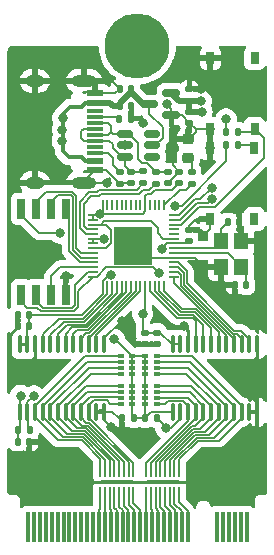
<source format=gbr>
%TF.GenerationSoftware,KiCad,Pcbnew,7.0.5-0*%
%TF.CreationDate,2023-07-31T19:13:05-04:00*%
%TF.ProjectId,mula,6d756c61-2e6b-4696-9361-645f70636258,rev?*%
%TF.SameCoordinates,Original*%
%TF.FileFunction,Copper,L1,Top*%
%TF.FilePolarity,Positive*%
%FSLAX46Y46*%
G04 Gerber Fmt 4.6, Leading zero omitted, Abs format (unit mm)*
G04 Created by KiCad (PCBNEW 7.0.5-0) date 2023-07-31 19:13:05*
%MOMM*%
%LPD*%
G01*
G04 APERTURE LIST*
G04 Aperture macros list*
%AMRoundRect*
0 Rectangle with rounded corners*
0 $1 Rounding radius*
0 $2 $3 $4 $5 $6 $7 $8 $9 X,Y pos of 4 corners*
0 Add a 4 corners polygon primitive as box body*
4,1,4,$2,$3,$4,$5,$6,$7,$8,$9,$2,$3,0*
0 Add four circle primitives for the rounded corners*
1,1,$1+$1,$2,$3*
1,1,$1+$1,$4,$5*
1,1,$1+$1,$6,$7*
1,1,$1+$1,$8,$9*
0 Add four rect primitives between the rounded corners*
20,1,$1+$1,$2,$3,$4,$5,0*
20,1,$1+$1,$4,$5,$6,$7,0*
20,1,$1+$1,$6,$7,$8,$9,0*
20,1,$1+$1,$8,$9,$2,$3,0*%
G04 Aperture macros list end*
%TA.AperFunction,SMDPad,CuDef*%
%ADD10RoundRect,0.140000X-0.140000X-0.170000X0.140000X-0.170000X0.140000X0.170000X-0.140000X0.170000X0*%
%TD*%
%TA.AperFunction,SMDPad,CuDef*%
%ADD11RoundRect,0.218750X-0.256250X0.218750X-0.256250X-0.218750X0.256250X-0.218750X0.256250X0.218750X0*%
%TD*%
%TA.AperFunction,SMDPad,CuDef*%
%ADD12R,0.750000X1.000000*%
%TD*%
%TA.AperFunction,SMDPad,CuDef*%
%ADD13RoundRect,0.135000X-0.185000X0.135000X-0.185000X-0.135000X0.185000X-0.135000X0.185000X0.135000X0*%
%TD*%
%TA.AperFunction,SMDPad,CuDef*%
%ADD14RoundRect,0.100000X0.100000X-0.637500X0.100000X0.637500X-0.100000X0.637500X-0.100000X-0.637500X0*%
%TD*%
%TA.AperFunction,ComponentPad*%
%ADD15C,5.500000*%
%TD*%
%TA.AperFunction,SMDPad,CuDef*%
%ADD16R,0.350000X2.500000*%
%TD*%
%TA.AperFunction,SMDPad,CuDef*%
%ADD17RoundRect,0.140000X0.170000X-0.140000X0.170000X0.140000X-0.170000X0.140000X-0.170000X-0.140000X0*%
%TD*%
%TA.AperFunction,SMDPad,CuDef*%
%ADD18R,0.650000X1.700000*%
%TD*%
%TA.AperFunction,SMDPad,CuDef*%
%ADD19RoundRect,0.135000X-0.135000X-0.185000X0.135000X-0.185000X0.135000X0.185000X-0.135000X0.185000X0*%
%TD*%
%TA.AperFunction,SMDPad,CuDef*%
%ADD20RoundRect,0.150000X0.587500X0.150000X-0.587500X0.150000X-0.587500X-0.150000X0.587500X-0.150000X0*%
%TD*%
%TA.AperFunction,SMDPad,CuDef*%
%ADD21RoundRect,0.135000X0.185000X-0.135000X0.185000X0.135000X-0.185000X0.135000X-0.185000X-0.135000X0*%
%TD*%
%TA.AperFunction,SMDPad,CuDef*%
%ADD22RoundRect,0.140000X0.140000X0.170000X-0.140000X0.170000X-0.140000X-0.170000X0.140000X-0.170000X0*%
%TD*%
%TA.AperFunction,SMDPad,CuDef*%
%ADD23RoundRect,0.140000X-0.170000X0.140000X-0.170000X-0.140000X0.170000X-0.140000X0.170000X0.140000X0*%
%TD*%
%TA.AperFunction,SMDPad,CuDef*%
%ADD24R,0.200000X0.400000*%
%TD*%
%TA.AperFunction,SMDPad,CuDef*%
%ADD25R,2.800000X0.400000*%
%TD*%
%TA.AperFunction,SMDPad,CuDef*%
%ADD26RoundRect,0.150000X-0.512500X-0.150000X0.512500X-0.150000X0.512500X0.150000X-0.512500X0.150000X0*%
%TD*%
%TA.AperFunction,SMDPad,CuDef*%
%ADD27R,0.500000X0.320000*%
%TD*%
%TA.AperFunction,SMDPad,CuDef*%
%ADD28RoundRect,0.135000X0.135000X0.185000X-0.135000X0.185000X-0.135000X-0.185000X0.135000X-0.185000X0*%
%TD*%
%TA.AperFunction,SMDPad,CuDef*%
%ADD29R,1.200000X1.400000*%
%TD*%
%TA.AperFunction,SMDPad,CuDef*%
%ADD30RoundRect,0.050000X0.050000X-0.387500X0.050000X0.387500X-0.050000X0.387500X-0.050000X-0.387500X0*%
%TD*%
%TA.AperFunction,SMDPad,CuDef*%
%ADD31RoundRect,0.050000X0.387500X-0.050000X0.387500X0.050000X-0.387500X0.050000X-0.387500X-0.050000X0*%
%TD*%
%TA.AperFunction,SMDPad,CuDef*%
%ADD32R,3.200000X3.200000*%
%TD*%
%TA.AperFunction,SMDPad,CuDef*%
%ADD33R,1.450000X0.600000*%
%TD*%
%TA.AperFunction,SMDPad,CuDef*%
%ADD34R,1.450000X0.300000*%
%TD*%
%TA.AperFunction,ComponentPad*%
%ADD35O,2.100000X1.000000*%
%TD*%
%TA.AperFunction,ComponentPad*%
%ADD36O,1.600000X1.000000*%
%TD*%
%TA.AperFunction,ViaPad*%
%ADD37C,0.800000*%
%TD*%
%TA.AperFunction,Conductor*%
%ADD38C,0.250000*%
%TD*%
%TA.AperFunction,Conductor*%
%ADD39C,0.150000*%
%TD*%
%TA.AperFunction,Conductor*%
%ADD40C,0.500000*%
%TD*%
%TA.AperFunction,Conductor*%
%ADD41C,0.350000*%
%TD*%
G04 APERTURE END LIST*
D10*
%TO.P,C115,1*%
%TO.N,+5V*%
X129870000Y-105425000D03*
%TO.P,C115,2*%
%TO.N,GND*%
X130830000Y-105425000D03*
%TD*%
D11*
%TO.P,D101,1,K*%
%TO.N,GND*%
X144300000Y-79800000D03*
%TO.P,D101,2,A*%
%TO.N,Net-(D101-A)*%
X144300000Y-81375000D03*
%TD*%
D12*
%TO.P,SW102,1,1*%
%TO.N,GND*%
X146170000Y-78970000D03*
X146170000Y-72970000D03*
%TO.P,SW102,2,2*%
%TO.N,Net-(U102-RUN)*%
X149920000Y-78970000D03*
X149920000Y-72970000D03*
%TD*%
D13*
%TO.P,R105,1*%
%TO.N,/USBD_N*%
X141525000Y-82565000D03*
%TO.P,R105,2*%
%TO.N,Net-(U102-USB_DM)*%
X141525000Y-83585000D03*
%TD*%
D10*
%TO.P,C101,1*%
%TO.N,GND*%
X148245000Y-92175000D03*
%TO.P,C101,2*%
%TO.N,Net-(U102-XIN)*%
X149205000Y-92175000D03*
%TD*%
D13*
%TO.P,R104,1*%
%TO.N,/USBD_P*%
X140500000Y-82540000D03*
%TO.P,R104,2*%
%TO.N,Net-(U102-USB_DP)*%
X140500000Y-83560000D03*
%TD*%
D14*
%TO.P,U106,1,5V*%
%TO.N,+5V*%
X142975000Y-102925000D03*
%TO.P,U106,2,DIR*%
%TO.N,/BANK2_DIR*%
X143625000Y-102925000D03*
%TO.P,U106,3,A1*%
%TO.N,/IO8*%
X144275000Y-102925000D03*
%TO.P,U106,4,A2*%
%TO.N,/IO9*%
X144925000Y-102925000D03*
%TO.P,U106,5,A3*%
%TO.N,/IO10*%
X145575000Y-102925000D03*
%TO.P,U106,6,A4*%
%TO.N,/IO11*%
X146225000Y-102925000D03*
%TO.P,U106,7,A5*%
%TO.N,/IO12*%
X146875000Y-102925000D03*
%TO.P,U106,8,A6*%
%TO.N,/IO13*%
X147525000Y-102925000D03*
%TO.P,U106,9,A7*%
%TO.N,/IO14*%
X148175000Y-102925000D03*
%TO.P,U106,10,A8*%
%TO.N,/IO15*%
X148825000Y-102925000D03*
%TO.P,U106,11,GND*%
%TO.N,GND*%
X149475000Y-102925000D03*
%TO.P,U106,12,GND*%
X150125000Y-102925000D03*
%TO.P,U106,13,GND*%
X150125000Y-97200000D03*
%TO.P,U106,14,B8*%
%TO.N,/GPIO15*%
X149475000Y-97200000D03*
%TO.P,U106,15,B7*%
%TO.N,/GPIO14*%
X148825000Y-97200000D03*
%TO.P,U106,16,B6*%
%TO.N,/GPIO13*%
X148175000Y-97200000D03*
%TO.P,U106,17,B5*%
%TO.N,/GPIO12*%
X147525000Y-97200000D03*
%TO.P,U106,18,B4*%
%TO.N,/GPIO11*%
X146875000Y-97200000D03*
%TO.P,U106,19,B3*%
%TO.N,/GPIO10*%
X146225000Y-97200000D03*
%TO.P,U106,20,B2*%
%TO.N,/GPIO9*%
X145575000Y-97200000D03*
%TO.P,U106,21,B1*%
%TO.N,/GPIO8*%
X144925000Y-97200000D03*
%TO.P,U106,22,~{OE}*%
%TO.N,GND*%
X144275000Y-97200000D03*
%TO.P,U106,23,3V3*%
%TO.N,+3V3*%
X143625000Y-97200000D03*
%TO.P,U106,24,3V3*%
X142975000Y-97200000D03*
%TD*%
D15*
%TO.P,J102,MOUNTING-HOLE*%
%TO.N,N/C*%
X139987500Y-71905000D03*
D16*
%TO.P,J102,P$1*%
X149237500Y-112655000D03*
%TO.P,J102,P$3*%
X148737500Y-112655000D03*
%TO.P,J102,P$5*%
X148237500Y-112655000D03*
%TO.P,J102,P$7*%
X147737500Y-112655000D03*
%TO.P,J102,P$9*%
X147237500Y-112655000D03*
%TO.P,J102,P$11*%
X146737500Y-112655000D03*
%TO.P,J102,P$21,Pin_17*%
%TO.N,/xIO15*%
X144237500Y-112655000D03*
%TO.P,J102,P$23,Pin_18*%
%TO.N,/xIO14*%
X143737500Y-112655000D03*
%TO.P,J102,P$25,Pin_19*%
%TO.N,/xIO13*%
X143237500Y-112655000D03*
%TO.P,J102,P$27,Pin_20*%
%TO.N,/xIO12*%
X142737500Y-112655000D03*
%TO.P,J102,P$29,Pin_21*%
%TO.N,/xIO11*%
X142237500Y-112655000D03*
%TO.P,J102,P$31,Pin_22*%
%TO.N,/xIO10*%
X141737500Y-112655000D03*
%TO.P,J102,P$33,Pin_23*%
%TO.N,/xIO9*%
X141237500Y-112655000D03*
%TO.P,J102,P$35,Pin_24*%
%TO.N,/xIO8*%
X140737500Y-112655000D03*
%TO.P,J102,P$37,Pin_25*%
%TO.N,/xIO7*%
X140237500Y-112655000D03*
%TO.P,J102,P$39,Pin_26*%
%TO.N,/xIO6*%
X139737500Y-112655000D03*
%TO.P,J102,P$41,Pin_27*%
%TO.N,/xIO5*%
X139237500Y-112655000D03*
%TO.P,J102,P$43,Pin_28*%
%TO.N,/xIO4*%
X138737500Y-112655000D03*
%TO.P,J102,P$45,Pin_29*%
%TO.N,/xIO3*%
X138237500Y-112655000D03*
%TO.P,J102,P$47,Pin_30*%
%TO.N,/xIO2*%
X137737500Y-112655000D03*
%TO.P,J102,P$49,Pin_31*%
%TO.N,/xIO1*%
X137237500Y-112655000D03*
%TO.P,J102,P$51,Pin_32*%
%TO.N,/xIO0*%
X136737500Y-112655000D03*
%TO.P,J102,P$53*%
%TO.N,N/C*%
X136237500Y-112655000D03*
%TO.P,J102,P$55*%
X135737500Y-112655000D03*
%TO.P,J102,P$57*%
X135237500Y-112655000D03*
%TO.P,J102,P$59*%
X134737500Y-112655000D03*
%TO.P,J102,P$61*%
X134237500Y-112655000D03*
%TO.P,J102,P$63*%
X133737500Y-112655000D03*
%TO.P,J102,P$65*%
X133237500Y-112655000D03*
%TO.P,J102,P$67*%
X132737500Y-112655000D03*
%TO.P,J102,P$69*%
X132237500Y-112655000D03*
%TO.P,J102,P$71*%
X131737500Y-112655000D03*
%TO.P,J102,P$73*%
X131237500Y-112655000D03*
%TO.P,J102,P$75*%
X130737500Y-112655000D03*
%TD*%
D17*
%TO.P,C114,1*%
%TO.N,+3V3*%
X144400000Y-76550000D03*
%TO.P,C114,2*%
%TO.N,GND*%
X144400000Y-75590000D03*
%TD*%
D18*
%TO.P,U101,1,~{CS}*%
%TO.N,/QSPI_CS*%
X130120000Y-93000000D03*
%TO.P,U101,2,DO(IO1)*%
%TO.N,/QSPI_D1*%
X131390000Y-93000000D03*
%TO.P,U101,3,IO2*%
%TO.N,/QSPI_D2*%
X132660000Y-93000000D03*
%TO.P,U101,4,GND*%
%TO.N,GND*%
X133930000Y-93000000D03*
%TO.P,U101,5,DI(IO0)*%
%TO.N,/QSPI_D0*%
X133930000Y-85700000D03*
%TO.P,U101,6,CLK*%
%TO.N,/QSPI_CLK*%
X132660000Y-85700000D03*
%TO.P,U101,7,IO3*%
%TO.N,/QSPI_D3*%
X131390000Y-85700000D03*
%TO.P,U101,8,VCC*%
%TO.N,+3V3*%
X130120000Y-85700000D03*
%TD*%
D19*
%TO.P,R107,1*%
%TO.N,+5V*%
X129845000Y-104425000D03*
%TO.P,R107,2*%
%TO.N,/BANK1_DIR*%
X130865000Y-104425000D03*
%TD*%
D20*
%TO.P,U104,1,GND*%
%TO.N,GND*%
X142875000Y-77795000D03*
%TO.P,U104,2,VOUT*%
%TO.N,+3V3*%
X142875000Y-75895000D03*
%TO.P,U104,3,VIN*%
%TO.N,+5V*%
X141000000Y-76845000D03*
%TD*%
D21*
%TO.P,R109,1*%
%TO.N,Net-(U102-GPIO18)*%
X144575000Y-83610000D03*
%TO.P,R109,2*%
%TO.N,Net-(D101-A)*%
X144575000Y-82590000D03*
%TD*%
D22*
%TO.P,C105,1*%
%TO.N,+3V3*%
X130850000Y-95650000D03*
%TO.P,C105,2*%
%TO.N,GND*%
X129890000Y-95650000D03*
%TD*%
D13*
%TO.P,R103,1*%
%TO.N,Net-(J101-CC2)*%
X138492500Y-82555000D03*
%TO.P,R103,2*%
%TO.N,GND*%
X138492500Y-83575000D03*
%TD*%
D14*
%TO.P,U105,1,5V*%
%TO.N,+5V*%
X130025000Y-102900000D03*
%TO.P,U105,2,DIR*%
%TO.N,/BANK1_DIR*%
X130675000Y-102900000D03*
%TO.P,U105,3,A1*%
%TO.N,/IO0*%
X131325000Y-102900000D03*
%TO.P,U105,4,A2*%
%TO.N,/IO1*%
X131975000Y-102900000D03*
%TO.P,U105,5,A3*%
%TO.N,/IO2*%
X132625000Y-102900000D03*
%TO.P,U105,6,A4*%
%TO.N,/IO3*%
X133275000Y-102900000D03*
%TO.P,U105,7,A5*%
%TO.N,/IO4*%
X133925000Y-102900000D03*
%TO.P,U105,8,A6*%
%TO.N,/IO5*%
X134575000Y-102900000D03*
%TO.P,U105,9,A7*%
%TO.N,/IO6*%
X135225000Y-102900000D03*
%TO.P,U105,10,A8*%
%TO.N,/IO7*%
X135875000Y-102900000D03*
%TO.P,U105,11,GND*%
%TO.N,GND*%
X136525000Y-102900000D03*
%TO.P,U105,12,GND*%
X137175000Y-102900000D03*
%TO.P,U105,13,GND*%
X137175000Y-97175000D03*
%TO.P,U105,14,B8*%
%TO.N,/GPIO7*%
X136525000Y-97175000D03*
%TO.P,U105,15,B7*%
%TO.N,/GPIO6*%
X135875000Y-97175000D03*
%TO.P,U105,16,B6*%
%TO.N,/GPIO5*%
X135225000Y-97175000D03*
%TO.P,U105,17,B5*%
%TO.N,/GPIO4*%
X134575000Y-97175000D03*
%TO.P,U105,18,B4*%
%TO.N,/GPIO3*%
X133925000Y-97175000D03*
%TO.P,U105,19,B3*%
%TO.N,/GPIO2*%
X133275000Y-97175000D03*
%TO.P,U105,20,B2*%
%TO.N,/GPIO1*%
X132625000Y-97175000D03*
%TO.P,U105,21,B1*%
%TO.N,/GPIO0*%
X131975000Y-97175000D03*
%TO.P,U105,22,~{OE}*%
%TO.N,GND*%
X131325000Y-97175000D03*
%TO.P,U105,23,3V3*%
%TO.N,+3V3*%
X130675000Y-97175000D03*
%TO.P,U105,24,3V3*%
X130025000Y-97175000D03*
%TD*%
D12*
%TO.P,SW101,1,1*%
%TO.N,GND*%
X146145000Y-86570000D03*
X146145000Y-80570000D03*
%TO.P,SW101,2,2*%
%TO.N,Net-(R101-Pad1)*%
X149895000Y-86570000D03*
X149895000Y-80570000D03*
%TD*%
D22*
%TO.P,C106,1*%
%TO.N,+3V3*%
X130850000Y-94675000D03*
%TO.P,C106,2*%
%TO.N,GND*%
X129890000Y-94675000D03*
%TD*%
D23*
%TO.P,C103,1*%
%TO.N,/USBD_N*%
X142550000Y-82590000D03*
%TO.P,C103,2*%
%TO.N,GND*%
X142550000Y-83550000D03*
%TD*%
%TO.P,C112,1*%
%TO.N,+3V3*%
X141675000Y-96195000D03*
%TO.P,C112,2*%
%TO.N,GND*%
X141675000Y-97155000D03*
%TD*%
%TO.P,C104,1*%
%TO.N,/USBD_P*%
X139482500Y-82575000D03*
%TO.P,C104,2*%
%TO.N,GND*%
X139482500Y-83535000D03*
%TD*%
D19*
%TO.P,R106,1*%
%TO.N,+3V3*%
X147510000Y-79220000D03*
%TO.P,R106,2*%
%TO.N,Net-(U102-RUN)*%
X148530000Y-79220000D03*
%TD*%
D24*
%TO.P,L101,1,IN1*%
%TO.N,/xIO0*%
X136850000Y-109425000D03*
%TO.P,L101,2,IN2*%
%TO.N,/xIO1*%
X137250000Y-109425000D03*
%TO.P,L101,3,IN3*%
%TO.N,/xIO2*%
X137650000Y-109425000D03*
%TO.P,L101,4,IN4*%
%TO.N,/xIO3*%
X138050000Y-109425000D03*
%TO.P,L101,5,IN5*%
%TO.N,/xIO4*%
X138450000Y-109425000D03*
%TO.P,L101,6,IN6*%
%TO.N,/xIO5*%
X138850000Y-109425000D03*
%TO.P,L101,7,IN7*%
%TO.N,/xIO6*%
X139250000Y-109425000D03*
%TO.P,L101,8,IN8*%
%TO.N,/xIO7*%
X139650000Y-109425000D03*
%TO.P,L101,9,OUT8*%
%TO.N,/IO7*%
X139650000Y-108225000D03*
%TO.P,L101,10,OUT7*%
%TO.N,/IO6*%
X139250000Y-108225000D03*
%TO.P,L101,11,OUT6*%
%TO.N,/IO5*%
X138850000Y-108225000D03*
%TO.P,L101,12,OUT5*%
%TO.N,/IO4*%
X138450000Y-108225000D03*
%TO.P,L101,13,OUT4*%
%TO.N,/IO3*%
X138050000Y-108225000D03*
%TO.P,L101,14,OUT3*%
%TO.N,/IO2*%
X137650000Y-108225000D03*
%TO.P,L101,15,OUT2*%
%TO.N,/IO1*%
X137250000Y-108225000D03*
%TO.P,L101,16,OUT1*%
%TO.N,/IO0*%
X136850000Y-108225000D03*
D25*
%TO.P,L101,17,EP*%
%TO.N,GND*%
X138250000Y-108825000D03*
%TD*%
D23*
%TO.P,C107,1*%
%TO.N,+3V3*%
X140675000Y-96195000D03*
%TO.P,C107,2*%
%TO.N,GND*%
X140675000Y-97155000D03*
%TD*%
D26*
%TO.P,U103,1,IO1*%
%TO.N,/USBD_N*%
X138962500Y-79395000D03*
%TO.P,U103,2,VN*%
%TO.N,GND*%
X138962500Y-80345000D03*
%TO.P,U103,3,IO2*%
%TO.N,/USBD_P*%
X138962500Y-81295000D03*
%TO.P,U103,4,IO3*%
%TO.N,unconnected-(U103-IO3-Pad4)*%
X141237500Y-81295000D03*
%TO.P,U103,5,VP*%
%TO.N,+5V*%
X141237500Y-80345000D03*
%TO.P,U103,6,IO4*%
%TO.N,unconnected-(U103-IO4-Pad6)*%
X141237500Y-79395000D03*
%TD*%
D27*
%TO.P,RN101,1,R1.1*%
%TO.N,/IO12*%
X141650000Y-99662500D03*
%TO.P,RN101,2,R2.1*%
%TO.N,/IO13*%
X141650000Y-99162500D03*
%TO.P,RN101,3,R3.1*%
%TO.N,/IO14*%
X141650000Y-98662500D03*
%TO.P,RN101,4,R4.1*%
%TO.N,/IO15*%
X141650000Y-98162500D03*
%TO.P,RN101,5,R4.2*%
%TO.N,+5V*%
X140650000Y-98162500D03*
%TO.P,RN101,6,R3.2*%
X140650000Y-98662500D03*
%TO.P,RN101,7,R2.2*%
X140650000Y-99162500D03*
%TO.P,RN101,8,R1.2*%
X140650000Y-99662500D03*
%TD*%
D22*
%TO.P,C102,1*%
%TO.N,GND*%
X148630000Y-86850000D03*
%TO.P,C102,2*%
%TO.N,Net-(U102-XOUT)*%
X147670000Y-86850000D03*
%TD*%
D28*
%TO.P,R101,1*%
%TO.N,Net-(R101-Pad1)*%
X148530000Y-80320000D03*
%TO.P,R101,2*%
%TO.N,/QSPI_CS*%
X147510000Y-80320000D03*
%TD*%
D27*
%TO.P,RN104,1,R1.1*%
%TO.N,/IO0*%
X138575000Y-98162500D03*
%TO.P,RN104,2,R2.1*%
%TO.N,/IO1*%
X138575000Y-98662500D03*
%TO.P,RN104,3,R3.1*%
%TO.N,/IO2*%
X138575000Y-99162500D03*
%TO.P,RN104,4,R4.1*%
%TO.N,/IO3*%
X138575000Y-99662500D03*
%TO.P,RN104,5,R4.2*%
%TO.N,+5V*%
X139575000Y-99662500D03*
%TO.P,RN104,6,R3.2*%
X139575000Y-99162500D03*
%TO.P,RN104,7,R2.2*%
X139575000Y-98662500D03*
%TO.P,RN104,8,R1.2*%
X139575000Y-98162500D03*
%TD*%
D17*
%TO.P,C111,1*%
%TO.N,+3V3*%
X143550000Y-83550000D03*
%TO.P,C111,2*%
%TO.N,GND*%
X143550000Y-82590000D03*
%TD*%
%TO.P,C109,1*%
%TO.N,+3V3*%
X144350000Y-88455000D03*
%TO.P,C109,2*%
%TO.N,GND*%
X144350000Y-87495000D03*
%TD*%
D10*
%TO.P,C110,1*%
%TO.N,+5V*%
X138495000Y-77045000D03*
%TO.P,C110,2*%
%TO.N,GND*%
X139455000Y-77045000D03*
%TD*%
D24*
%TO.P,L102,1,IN1*%
%TO.N,/xIO8*%
X140725000Y-109425000D03*
%TO.P,L102,2,IN2*%
%TO.N,/xIO9*%
X141125000Y-109425000D03*
%TO.P,L102,3,IN3*%
%TO.N,/xIO10*%
X141525000Y-109425000D03*
%TO.P,L102,4,IN4*%
%TO.N,/xIO11*%
X141925000Y-109425000D03*
%TO.P,L102,5,IN5*%
%TO.N,/xIO12*%
X142325000Y-109425000D03*
%TO.P,L102,6,IN6*%
%TO.N,/xIO13*%
X142725000Y-109425000D03*
%TO.P,L102,7,IN7*%
%TO.N,/xIO14*%
X143125000Y-109425000D03*
%TO.P,L102,8,IN8*%
%TO.N,/xIO15*%
X143525000Y-109425000D03*
%TO.P,L102,9,OUT8*%
%TO.N,/IO15*%
X143525000Y-108225000D03*
%TO.P,L102,10,OUT7*%
%TO.N,/IO14*%
X143125000Y-108225000D03*
%TO.P,L102,11,OUT6*%
%TO.N,/IO13*%
X142725000Y-108225000D03*
%TO.P,L102,12,OUT5*%
%TO.N,/IO12*%
X142325000Y-108225000D03*
%TO.P,L102,13,OUT4*%
%TO.N,/IO11*%
X141925000Y-108225000D03*
%TO.P,L102,14,OUT3*%
%TO.N,/IO10*%
X141525000Y-108225000D03*
%TO.P,L102,15,OUT2*%
%TO.N,/IO9*%
X141125000Y-108225000D03*
%TO.P,L102,16,OUT1*%
%TO.N,/IO8*%
X140725000Y-108225000D03*
D25*
%TO.P,L102,17,EP*%
%TO.N,GND*%
X142125000Y-108825000D03*
%TD*%
D29*
%TO.P,Y101,1,1*%
%TO.N,Net-(U102-XOUT)*%
X147100000Y-88425000D03*
%TO.P,Y101,2,2*%
%TO.N,GND*%
X147100000Y-90625000D03*
%TO.P,Y101,3,3*%
%TO.N,Net-(U102-XIN)*%
X148800000Y-90625000D03*
%TO.P,Y101,4,4*%
%TO.N,GND*%
X148800000Y-88425000D03*
%TD*%
D27*
%TO.P,RN102,1,R1.1*%
%TO.N,/IO4*%
X138575000Y-100737500D03*
%TO.P,RN102,2,R2.1*%
%TO.N,/IO5*%
X138575000Y-101237500D03*
%TO.P,RN102,3,R3.1*%
%TO.N,/IO6*%
X138575000Y-101737500D03*
%TO.P,RN102,4,R4.1*%
%TO.N,/IO7*%
X138575000Y-102237500D03*
%TO.P,RN102,5,R4.2*%
%TO.N,+5V*%
X139575000Y-102237500D03*
%TO.P,RN102,6,R3.2*%
X139575000Y-101737500D03*
%TO.P,RN102,7,R2.2*%
X139575000Y-101237500D03*
%TO.P,RN102,8,R1.2*%
X139575000Y-100737500D03*
%TD*%
D19*
%TO.P,R102,1*%
%TO.N,Net-(J101-CC1)*%
X138465000Y-78070000D03*
%TO.P,R102,2*%
%TO.N,GND*%
X139485000Y-78070000D03*
%TD*%
%TO.P,R108,1*%
%TO.N,+5V*%
X140615000Y-103450000D03*
%TO.P,R108,2*%
%TO.N,/BANK2_DIR*%
X141635000Y-103450000D03*
%TD*%
D30*
%TO.P,U102,1,IOVDD*%
%TO.N,+3V3*%
X137050000Y-92287500D03*
%TO.P,U102,2,GPIO0*%
%TO.N,/GPIO0*%
X137450000Y-92287500D03*
%TO.P,U102,3,GPIO1*%
%TO.N,/GPIO1*%
X137850000Y-92287500D03*
%TO.P,U102,4,GPIO2*%
%TO.N,/GPIO2*%
X138250000Y-92287500D03*
%TO.P,U102,5,GPIO3*%
%TO.N,/GPIO3*%
X138650000Y-92287500D03*
%TO.P,U102,6,GPIO4*%
%TO.N,/GPIO4*%
X139050000Y-92287500D03*
%TO.P,U102,7,GPIO5*%
%TO.N,/GPIO5*%
X139450000Y-92287500D03*
%TO.P,U102,8,GPIO6*%
%TO.N,/GPIO6*%
X139850000Y-92287500D03*
%TO.P,U102,9,GPIO7*%
%TO.N,/GPIO7*%
X140250000Y-92287500D03*
%TO.P,U102,10,IOVDD*%
%TO.N,+3V3*%
X140650000Y-92287500D03*
%TO.P,U102,11,GPIO8*%
%TO.N,/GPIO8*%
X141050000Y-92287500D03*
%TO.P,U102,12,GPIO9*%
%TO.N,/GPIO9*%
X141450000Y-92287500D03*
%TO.P,U102,13,GPIO10*%
%TO.N,/GPIO10*%
X141850000Y-92287500D03*
%TO.P,U102,14,GPIO11*%
%TO.N,/GPIO11*%
X142250000Y-92287500D03*
D31*
%TO.P,U102,15,GPIO12*%
%TO.N,/GPIO12*%
X143087500Y-91450000D03*
%TO.P,U102,16,GPIO13*%
%TO.N,/GPIO13*%
X143087500Y-91050000D03*
%TO.P,U102,17,GPIO14*%
%TO.N,/GPIO14*%
X143087500Y-90650000D03*
%TO.P,U102,18,GPIO15*%
%TO.N,/GPIO15*%
X143087500Y-90250000D03*
%TO.P,U102,19,TESTEN*%
%TO.N,GND*%
X143087500Y-89850000D03*
%TO.P,U102,20,XIN*%
%TO.N,Net-(U102-XIN)*%
X143087500Y-89450000D03*
%TO.P,U102,21,XOUT*%
%TO.N,Net-(U102-XOUT)*%
X143087500Y-89050000D03*
%TO.P,U102,22,IOVDD*%
%TO.N,+3V3*%
X143087500Y-88650000D03*
%TO.P,U102,23,DVDD*%
%TO.N,Net-(U102-VREG_VOUT)*%
X143087500Y-88250000D03*
%TO.P,U102,24,SWCLK*%
%TO.N,unconnected-(U102-SWCLK-Pad24)*%
X143087500Y-87850000D03*
%TO.P,U102,25,SWD*%
%TO.N,unconnected-(U102-SWD-Pad25)*%
X143087500Y-87450000D03*
%TO.P,U102,26,RUN*%
%TO.N,Net-(U102-RUN)*%
X143087500Y-87050000D03*
%TO.P,U102,27,GPIO16*%
%TO.N,/BANK2_DIR*%
X143087500Y-86650000D03*
%TO.P,U102,28,GPIO17*%
%TO.N,/BANK1_DIR*%
X143087500Y-86250000D03*
D30*
%TO.P,U102,29,GPIO18*%
%TO.N,Net-(U102-GPIO18)*%
X142250000Y-85412500D03*
%TO.P,U102,30,GPIO19*%
%TO.N,unconnected-(U102-GPIO19-Pad30)*%
X141850000Y-85412500D03*
%TO.P,U102,31,GPIO20*%
%TO.N,unconnected-(U102-GPIO20-Pad31)*%
X141450000Y-85412500D03*
%TO.P,U102,32,GPIO21*%
%TO.N,unconnected-(U102-GPIO21-Pad32)*%
X141050000Y-85412500D03*
%TO.P,U102,33,IOVDD*%
%TO.N,+3V3*%
X140650000Y-85412500D03*
%TO.P,U102,34,GPIO22*%
%TO.N,unconnected-(U102-GPIO22-Pad34)*%
X140250000Y-85412500D03*
%TO.P,U102,35,GPIO23*%
%TO.N,unconnected-(U102-GPIO23-Pad35)*%
X139850000Y-85412500D03*
%TO.P,U102,36,GPIO24*%
%TO.N,unconnected-(U102-GPIO24-Pad36)*%
X139450000Y-85412500D03*
%TO.P,U102,37,GPIO25*%
%TO.N,unconnected-(U102-GPIO25-Pad37)*%
X139050000Y-85412500D03*
%TO.P,U102,38,GPIO26_ADC0*%
%TO.N,unconnected-(U102-GPIO26_ADC0-Pad38)*%
X138650000Y-85412500D03*
%TO.P,U102,39,GPIO27_ADC1*%
%TO.N,unconnected-(U102-GPIO27_ADC1-Pad39)*%
X138250000Y-85412500D03*
%TO.P,U102,40,GPIO28_ADC2*%
%TO.N,unconnected-(U102-GPIO28_ADC2-Pad40)*%
X137850000Y-85412500D03*
%TO.P,U102,41,GPIO29_ADC3*%
%TO.N,unconnected-(U102-GPIO29_ADC3-Pad41)*%
X137450000Y-85412500D03*
%TO.P,U102,42,IOVDD*%
%TO.N,+3V3*%
X137050000Y-85412500D03*
D31*
%TO.P,U102,43,ADC_AVDD*%
X136212500Y-86250000D03*
%TO.P,U102,44,VREG_IN*%
X136212500Y-86650000D03*
%TO.P,U102,45,VREG_VOUT*%
%TO.N,Net-(U102-VREG_VOUT)*%
X136212500Y-87050000D03*
%TO.P,U102,46,USB_DM*%
%TO.N,Net-(U102-USB_DM)*%
X136212500Y-87450000D03*
%TO.P,U102,47,USB_DP*%
%TO.N,Net-(U102-USB_DP)*%
X136212500Y-87850000D03*
%TO.P,U102,48,USB_VDD*%
%TO.N,+3V3*%
X136212500Y-88250000D03*
%TO.P,U102,49,IOVDD*%
X136212500Y-88650000D03*
%TO.P,U102,50,DVDD*%
%TO.N,Net-(U102-VREG_VOUT)*%
X136212500Y-89050000D03*
%TO.P,U102,51,QSPI_SD3*%
%TO.N,/QSPI_D3*%
X136212500Y-89450000D03*
%TO.P,U102,52,QSPI_SCLK*%
%TO.N,/QSPI_CLK*%
X136212500Y-89850000D03*
%TO.P,U102,53,QSPI_SD0*%
%TO.N,/QSPI_D0*%
X136212500Y-90250000D03*
%TO.P,U102,54,QSPI_SD2*%
%TO.N,/QSPI_D2*%
X136212500Y-90650000D03*
%TO.P,U102,55,QSPI_SD1*%
%TO.N,/QSPI_D1*%
X136212500Y-91050000D03*
%TO.P,U102,56,QSPI_SS*%
%TO.N,/QSPI_CS*%
X136212500Y-91450000D03*
D32*
%TO.P,U102,57,GND*%
%TO.N,GND*%
X139650000Y-88850000D03*
%TD*%
D22*
%TO.P,C116,1*%
%TO.N,+5V*%
X139675000Y-103450000D03*
%TO.P,C116,2*%
%TO.N,GND*%
X138715000Y-103450000D03*
%TD*%
%TO.P,C108,1*%
%TO.N,+5V*%
X139455000Y-75575000D03*
%TO.P,C108,2*%
%TO.N,GND*%
X138495000Y-75575000D03*
%TD*%
D23*
%TO.P,C113,1*%
%TO.N,+3V3*%
X144400000Y-77490000D03*
%TO.P,C113,2*%
%TO.N,GND*%
X144400000Y-78450000D03*
%TD*%
D27*
%TO.P,RN103,1,R1.1*%
%TO.N,/IO8*%
X141650000Y-102237500D03*
%TO.P,RN103,2,R2.1*%
%TO.N,/IO9*%
X141650000Y-101737500D03*
%TO.P,RN103,3,R3.1*%
%TO.N,/IO10*%
X141650000Y-101237500D03*
%TO.P,RN103,4,R4.1*%
%TO.N,/IO11*%
X141650000Y-100737500D03*
%TO.P,RN103,5,R4.2*%
%TO.N,+5V*%
X140650000Y-100737500D03*
%TO.P,RN103,6,R3.2*%
X140650000Y-101237500D03*
%TO.P,RN103,7,R2.2*%
X140650000Y-101737500D03*
%TO.P,RN103,8,R1.2*%
X140650000Y-102237500D03*
%TD*%
D33*
%TO.P,J101,A1,GND*%
%TO.N,GND*%
X136395000Y-75950000D03*
%TO.P,J101,A4,VBUS*%
%TO.N,+5V*%
X136395000Y-76750000D03*
D34*
%TO.P,J101,A5,CC1*%
%TO.N,Net-(J101-CC1)*%
X136395000Y-77950000D03*
%TO.P,J101,A6,D+*%
%TO.N,/USBD_P*%
X136395000Y-78950000D03*
%TO.P,J101,A7,D-*%
%TO.N,/USBD_N*%
X136395000Y-79450000D03*
%TO.P,J101,A8,SBU1*%
%TO.N,unconnected-(J101-SBU1-PadA8)*%
X136395000Y-80450000D03*
D33*
%TO.P,J101,A9,VBUS*%
%TO.N,+5V*%
X136395000Y-81650000D03*
%TO.P,J101,A12,GND*%
%TO.N,GND*%
X136395000Y-82450000D03*
%TO.P,J101,B1,GND*%
X136395000Y-82450000D03*
%TO.P,J101,B4,VBUS*%
%TO.N,+5V*%
X136395000Y-81650000D03*
D34*
%TO.P,J101,B5,CC2*%
%TO.N,Net-(J101-CC2)*%
X136395000Y-80950000D03*
%TO.P,J101,B6,D+*%
%TO.N,/USBD_P*%
X136395000Y-79950000D03*
%TO.P,J101,B7,D-*%
%TO.N,/USBD_N*%
X136395000Y-78450000D03*
%TO.P,J101,B8,SBU2*%
%TO.N,unconnected-(J101-SBU2-PadB8)*%
X136395000Y-77450000D03*
D33*
%TO.P,J101,B9,VBUS*%
%TO.N,+5V*%
X136395000Y-76750000D03*
%TO.P,J101,B12,GND*%
%TO.N,GND*%
X136395000Y-75950000D03*
D35*
%TO.P,J101,S1,SHIELD*%
X135480000Y-74880000D03*
D36*
X131300000Y-74880000D03*
D35*
X135480000Y-83520000D03*
D36*
X131300000Y-83520000D03*
%TD*%
D37*
%TO.N,GND*%
X135550000Y-110325000D03*
X146150000Y-80550000D03*
X146775000Y-110325000D03*
X132400000Y-72900000D03*
X138950000Y-80350000D03*
X146175000Y-78975000D03*
X145400000Y-75590000D03*
X147575000Y-75700000D03*
X149000000Y-110275000D03*
X143925000Y-95650000D03*
X145550000Y-88000000D03*
X138575000Y-89850000D03*
X149450000Y-98900000D03*
X134375000Y-72900000D03*
X140475000Y-78425000D03*
X140700000Y-87800000D03*
X138725000Y-95175000D03*
X130625000Y-72900000D03*
X149450000Y-101400000D03*
X146900000Y-92700000D03*
X144300000Y-79800000D03*
X140675000Y-89850000D03*
X144250000Y-72850000D03*
X130850000Y-110325000D03*
X139675000Y-88850000D03*
X137425000Y-83495500D03*
X133225000Y-110325000D03*
X142525000Y-76875000D03*
X145550000Y-90500000D03*
X138550000Y-87825000D03*
X133950000Y-91400000D03*
X147975000Y-85625000D03*
X130225000Y-99300000D03*
X137750000Y-104200000D03*
%TO.N,+3V3*%
X136833308Y-86117350D03*
X142050500Y-89075000D03*
X137750000Y-91300000D03*
X145450000Y-77500000D03*
X140425000Y-94625000D03*
X133425000Y-87775000D03*
X145400000Y-76600000D03*
X137150500Y-88245911D03*
X147500000Y-78100000D03*
%TO.N,+5V*%
X130100000Y-101525000D03*
X133675000Y-78025000D03*
X133625000Y-79950000D03*
X133650000Y-79000000D03*
X138025000Y-96725000D03*
%TO.N,/BANK1_DIR*%
X146272930Y-83911133D03*
X131225000Y-101550000D03*
%TO.N,/BANK2_DIR*%
X142400000Y-104275000D03*
X146285556Y-84910556D03*
%TO.N,/QSPI_CS*%
X143215283Y-85465282D03*
X141825000Y-91150000D03*
%TD*%
D38*
%TO.N,GND*%
X138250000Y-108825000D02*
X135975000Y-108825000D01*
X142125000Y-108825000D02*
X144475000Y-108825000D01*
X138250000Y-108825000D02*
X142125000Y-108825000D01*
D39*
X138400000Y-103450000D02*
X137850000Y-102900000D01*
X145400000Y-74875000D02*
X146170000Y-74105000D01*
X147100000Y-90625000D02*
X145675000Y-90625000D01*
X139485000Y-78070000D02*
X140120000Y-78070000D01*
X144400000Y-78450000D02*
X144920000Y-78970000D01*
X143375000Y-79800000D02*
X144300000Y-79800000D01*
X144300000Y-79800000D02*
X144920000Y-79180000D01*
D38*
X129890000Y-95650000D02*
X129175000Y-96365000D01*
D39*
X138495000Y-75575000D02*
X138120000Y-75950000D01*
X143087500Y-89850000D02*
X144900000Y-89850000D01*
X144350000Y-87495000D02*
X144350000Y-87175000D01*
X137175000Y-102900000D02*
X137175000Y-103625000D01*
X146175000Y-78975000D02*
X146170000Y-78970000D01*
X135480000Y-83520000D02*
X135480000Y-83365000D01*
X144955000Y-86570000D02*
X146145000Y-86570000D01*
D38*
X131050000Y-98525000D02*
X131325000Y-98250000D01*
D39*
X137175000Y-103625000D02*
X137750000Y-104200000D01*
X136395000Y-82450000D02*
X137367500Y-82450000D01*
X138532500Y-83535000D02*
X138492500Y-83575000D01*
X142875000Y-77225000D02*
X142525000Y-76875000D01*
X142975000Y-82015000D02*
X142975000Y-80200000D01*
D38*
X129175000Y-98125000D02*
X129575000Y-98525000D01*
D39*
X139482500Y-83535000D02*
X138532500Y-83535000D01*
D38*
X144275000Y-97200000D02*
X144275000Y-96000000D01*
D39*
X135480000Y-83520000D02*
X137400500Y-83520000D01*
X141925000Y-97155000D02*
X140680000Y-97155000D01*
X146145000Y-86570000D02*
X146145000Y-87405000D01*
X142875000Y-77795000D02*
X142875000Y-77225000D01*
X146145000Y-80570000D02*
X146145000Y-80555000D01*
X146150000Y-80550000D02*
X146145000Y-80545000D01*
D38*
X129575000Y-98525000D02*
X131050000Y-98525000D01*
D39*
X133930000Y-93000000D02*
X133930000Y-91420000D01*
D38*
X129890000Y-95650000D02*
X129890000Y-94675000D01*
D39*
X137400500Y-83520000D02*
X137425000Y-83495500D01*
X144350000Y-87175000D02*
X144955000Y-86570000D01*
D38*
X131325000Y-98250000D02*
X131325000Y-97175000D01*
D39*
X138495000Y-75575000D02*
X137800000Y-74880000D01*
X138120000Y-75950000D02*
X136395000Y-75950000D01*
X148630000Y-86280000D02*
X148630000Y-86850000D01*
X145675000Y-90625000D02*
X145550000Y-90500000D01*
X144900000Y-89850000D02*
X145550000Y-90500000D01*
X139455000Y-77045000D02*
X139455000Y-78040000D01*
D38*
X150125000Y-97200000D02*
X150125000Y-98225000D01*
D39*
X143087500Y-89850000D02*
X140675000Y-89850000D01*
X137175000Y-96691116D02*
X138691116Y-95175000D01*
X142875000Y-77795000D02*
X143745000Y-77795000D01*
X145400000Y-75590000D02*
X144400000Y-75590000D01*
X144920000Y-78970000D02*
X146175000Y-78975000D01*
X140120000Y-78070000D02*
X140475000Y-78425000D01*
X145400000Y-75590000D02*
X145400000Y-74875000D01*
X137800000Y-74880000D02*
X135480000Y-74880000D01*
X142975000Y-80200000D02*
X143375000Y-79800000D01*
X139455000Y-78040000D02*
X139485000Y-78070000D01*
X147975000Y-85625000D02*
X148630000Y-86280000D01*
X144920000Y-79180000D02*
X144920000Y-78970000D01*
X146145000Y-87405000D02*
X145550000Y-88000000D01*
D38*
X144275000Y-96000000D02*
X143925000Y-95650000D01*
D39*
X146145000Y-80555000D02*
X146150000Y-80550000D01*
X137850000Y-102900000D02*
X137175000Y-102900000D01*
X146145000Y-78995000D02*
X146170000Y-78970000D01*
X137175000Y-97175000D02*
X137175000Y-96691116D01*
X146170000Y-74105000D02*
X146170000Y-72970000D01*
X137175000Y-102900000D02*
X136525000Y-102900000D01*
D38*
X150125000Y-102925000D02*
X150125000Y-102075000D01*
D39*
X143550000Y-82590000D02*
X142975000Y-82015000D01*
X143745000Y-77795000D02*
X144400000Y-78450000D01*
X142550000Y-83550000D02*
X142590000Y-83550000D01*
X138715000Y-103450000D02*
X138400000Y-103450000D01*
D38*
X150125000Y-102075000D02*
X149450000Y-101400000D01*
D39*
X142590000Y-83550000D02*
X143550000Y-82590000D01*
X140675000Y-89850000D02*
X140650000Y-89850000D01*
D38*
X129175000Y-96365000D02*
X129175000Y-98125000D01*
D39*
X137367500Y-82450000D02*
X138492500Y-83575000D01*
X135480000Y-83365000D02*
X136395000Y-82450000D01*
X133930000Y-91420000D02*
X133950000Y-91400000D01*
X138691116Y-95175000D02*
X138725000Y-95175000D01*
D38*
X150125000Y-98225000D02*
X149450000Y-98900000D01*
D39*
%TO.N,Net-(U102-XIN)*%
X149205000Y-92175000D02*
X149205000Y-91030000D01*
X149205000Y-91030000D02*
X148800000Y-90625000D01*
X147625000Y-89450000D02*
X148800000Y-90625000D01*
X143087500Y-89450000D02*
X147625000Y-89450000D01*
%TO.N,Net-(U102-XOUT)*%
X147100000Y-87420000D02*
X147670000Y-86850000D01*
X147100000Y-88425000D02*
X147100000Y-87420000D01*
X146475000Y-89050000D02*
X147100000Y-88425000D01*
X143087500Y-89050000D02*
X146475000Y-89050000D01*
%TO.N,/USBD_P*%
X140465000Y-82575000D02*
X140500000Y-82540000D01*
X138962500Y-81295000D02*
X138962500Y-82055000D01*
X135257500Y-79162500D02*
X135257500Y-79737500D01*
X137625000Y-79950000D02*
X137900000Y-80225000D01*
X135470000Y-79950000D02*
X136395000Y-79950000D01*
X135470000Y-78950000D02*
X135257500Y-79162500D01*
X137900000Y-80546041D02*
X138648959Y-81295000D01*
X137900000Y-80225000D02*
X137900000Y-80546041D01*
X138648959Y-81295000D02*
X138962500Y-81295000D01*
X138962500Y-82055000D02*
X139482500Y-82575000D01*
X139482500Y-82575000D02*
X140465000Y-82575000D01*
X136395000Y-79950000D02*
X137625000Y-79950000D01*
X135257500Y-79737500D02*
X135470000Y-79950000D01*
X136395000Y-78950000D02*
X135470000Y-78950000D01*
%TO.N,/USBD_N*%
X136395000Y-78450000D02*
X137537500Y-78450000D01*
X140007586Y-81507586D02*
X140370000Y-81870000D01*
X137537500Y-79450000D02*
X136395000Y-79450000D01*
X140007586Y-80126545D02*
X140007586Y-81507586D01*
X140370000Y-81870000D02*
X140830000Y-81870000D01*
X140830000Y-81870000D02*
X141525000Y-82565000D01*
X138962500Y-79395000D02*
X139276041Y-79395000D01*
X142525000Y-82565000D02*
X142550000Y-82590000D01*
X139276041Y-79395000D02*
X140007586Y-80126545D01*
X137775000Y-79212500D02*
X137537500Y-79450000D01*
X137957500Y-79395000D02*
X137775000Y-79212500D01*
X137537500Y-78450000D02*
X137775000Y-78687500D01*
X138962500Y-79395000D02*
X137957500Y-79395000D01*
X141525000Y-82565000D02*
X142525000Y-82565000D01*
X137775000Y-78687500D02*
X137775000Y-79212500D01*
%TO.N,+3V3*%
X140675000Y-96195000D02*
X141675000Y-96195000D01*
X136892268Y-86117350D02*
X136904809Y-86104809D01*
X141675000Y-96195000D02*
X141895000Y-96195000D01*
X130850000Y-94675000D02*
X130887500Y-94712500D01*
X141895000Y-96195000D02*
X142900000Y-97200000D01*
X140650000Y-85412500D02*
X140650000Y-84625000D01*
X130850000Y-94675000D02*
X130850000Y-95650000D01*
X140675000Y-96195000D02*
X140425000Y-95945000D01*
X140650000Y-85909619D02*
X140650000Y-85412500D01*
X130675000Y-95825000D02*
X130850000Y-95650000D01*
D40*
X145440000Y-77490000D02*
X145450000Y-77500000D01*
X142875000Y-75895000D02*
X143530000Y-76550000D01*
D39*
X133425000Y-87775000D02*
X131670000Y-87775000D01*
X131670000Y-87775000D02*
X130120000Y-86225000D01*
D40*
X144400000Y-76550000D02*
X145350000Y-76550000D01*
D39*
X141149975Y-84455000D02*
X141454974Y-84150000D01*
D40*
X143530000Y-76550000D02*
X144400000Y-76550000D01*
D39*
X143087500Y-88650000D02*
X144155000Y-88650000D01*
X140434619Y-86125000D02*
X140650000Y-85909619D01*
X136904809Y-86104809D02*
X137050000Y-85959619D01*
X136759619Y-86250000D02*
X136904809Y-86104809D01*
X136212500Y-88250000D02*
X136212500Y-88650000D01*
X140820000Y-84455000D02*
X141149975Y-84455000D01*
X136904809Y-86104809D02*
X136925000Y-86125000D01*
X142950000Y-84150000D02*
X143550000Y-83550000D01*
X130887500Y-94712500D02*
X135281556Y-94712500D01*
X130675000Y-97175000D02*
X130675000Y-95825000D01*
X136925000Y-86125000D02*
X140434619Y-86125000D01*
X142900000Y-97200000D02*
X143400000Y-97200000D01*
X147510000Y-78110000D02*
X147500000Y-78100000D01*
X130120000Y-86225000D02*
X130120000Y-85700000D01*
X144155000Y-88650000D02*
X144350000Y-88455000D01*
X137050000Y-92944056D02*
X137050000Y-92287500D01*
D40*
X145350000Y-76550000D02*
X145400000Y-76600000D01*
D39*
X137050000Y-92287500D02*
X137050000Y-91861091D01*
X142475500Y-88650000D02*
X142050500Y-89075000D01*
X140650000Y-94400000D02*
X140425000Y-94625000D01*
X135281556Y-94712500D02*
X137050000Y-92944056D01*
X136212500Y-86250000D02*
X136759619Y-86250000D01*
X147510000Y-79220000D02*
X147510000Y-78110000D01*
X137611091Y-91300000D02*
X137750000Y-91300000D01*
D40*
X144400000Y-77490000D02*
X145440000Y-77490000D01*
X144400000Y-77490000D02*
X144400000Y-76550000D01*
D39*
X137050000Y-91861091D02*
X137611091Y-91300000D01*
X140650000Y-84625000D02*
X140820000Y-84455000D01*
X141454974Y-84150000D02*
X142950000Y-84150000D01*
X136833308Y-86117350D02*
X136892268Y-86117350D01*
X137050000Y-85959619D02*
X137050000Y-85412500D01*
X140650000Y-92287500D02*
X140650000Y-94400000D01*
X143087500Y-88650000D02*
X142475500Y-88650000D01*
X136212500Y-86650000D02*
X136212500Y-86250000D01*
X137150500Y-88245911D02*
X136616589Y-88245911D01*
X140425000Y-95945000D02*
X140425000Y-95050000D01*
D38*
X130025000Y-97175000D02*
X130675000Y-97175000D01*
D41*
%TO.N,+5V*%
X133657500Y-78875000D02*
X133657500Y-77975000D01*
X133607500Y-78925000D02*
X133657500Y-78875000D01*
X135260660Y-81340000D02*
X134172500Y-81340000D01*
X134247500Y-77060000D02*
X135260660Y-77060000D01*
D39*
X142975000Y-102925000D02*
X142955000Y-102905000D01*
X139575000Y-102237500D02*
X139575000Y-103350000D01*
X139575000Y-98162500D02*
X139575000Y-102237500D01*
D41*
X134172500Y-81340000D02*
X133657500Y-80825000D01*
D39*
X141000000Y-77675000D02*
X141000000Y-76845000D01*
X140615000Y-103450000D02*
X139675000Y-103450000D01*
D41*
X133657500Y-77975000D02*
X133632500Y-77950000D01*
D39*
X140650000Y-102237500D02*
X140650000Y-103415000D01*
X142132170Y-79693160D02*
X142132170Y-78807170D01*
D40*
X138495000Y-77045000D02*
X138495000Y-76757807D01*
D39*
X141480330Y-80345000D02*
X142132170Y-79693160D01*
X138025000Y-96725000D02*
X138137500Y-96725000D01*
D41*
X135570660Y-81650000D02*
X135260660Y-81340000D01*
X136395000Y-81650000D02*
X135570660Y-81650000D01*
X133632500Y-77950000D02*
X133657500Y-77925000D01*
D40*
X136395000Y-76750000D02*
X137650000Y-76750000D01*
D41*
X133582500Y-79875000D02*
X133657500Y-79800000D01*
D40*
X138495000Y-76757807D02*
X139455000Y-75797807D01*
X137945000Y-77045000D02*
X138495000Y-77045000D01*
D39*
X138137500Y-96725000D02*
X139575000Y-98162500D01*
X140650000Y-98162500D02*
X139575000Y-98162500D01*
X140650000Y-103415000D02*
X140615000Y-103450000D01*
D40*
X140495000Y-76845000D02*
X141000000Y-76845000D01*
X139455000Y-75797807D02*
X139455000Y-75575000D01*
D39*
X130025000Y-102900000D02*
X130025000Y-104245000D01*
X139575000Y-103350000D02*
X139675000Y-103450000D01*
D41*
X133657500Y-80825000D02*
X133657500Y-79950000D01*
D39*
X129845000Y-105400000D02*
X129870000Y-105425000D01*
X130025000Y-101600000D02*
X130100000Y-101525000D01*
X141160000Y-102905000D02*
X140615000Y-103450000D01*
D41*
X135260660Y-77060000D02*
X135570660Y-76750000D01*
D39*
X141237500Y-80345000D02*
X141480330Y-80345000D01*
X140650000Y-98162500D02*
X140650000Y-102237500D01*
D41*
X133657500Y-77650000D02*
X134247500Y-77060000D01*
X133657500Y-79950000D02*
X133582500Y-79875000D01*
X133657500Y-78975000D02*
X133607500Y-78925000D01*
D39*
X130025000Y-104245000D02*
X129845000Y-104425000D01*
D40*
X137650000Y-76750000D02*
X137945000Y-77045000D01*
X139455000Y-75805000D02*
X140495000Y-76845000D01*
D39*
X142132170Y-78807170D02*
X141000000Y-77675000D01*
D41*
X133657500Y-79800000D02*
X133657500Y-78975000D01*
X135570660Y-76750000D02*
X136395000Y-76750000D01*
D39*
X142955000Y-102905000D02*
X141160000Y-102905000D01*
X130025000Y-102900000D02*
X130025000Y-101600000D01*
D40*
X139455000Y-75575000D02*
X139455000Y-75805000D01*
D41*
X133657500Y-77925000D02*
X133657500Y-77650000D01*
D39*
X129845000Y-104425000D02*
X129845000Y-105400000D01*
%TO.N,Net-(J101-CC1)*%
X136395000Y-77950000D02*
X138345000Y-77950000D01*
X138345000Y-77950000D02*
X138465000Y-78070000D01*
%TO.N,Net-(J101-CC2)*%
X137950000Y-81412500D02*
X137950000Y-82012500D01*
X137487500Y-80950000D02*
X137950000Y-81412500D01*
X136395000Y-80950000D02*
X137487500Y-80950000D01*
X137950000Y-82012500D02*
X138492500Y-82555000D01*
%TO.N,/IO4*%
X134861091Y-104312500D02*
X135679719Y-104312500D01*
X138575000Y-100737500D02*
X135611091Y-100737500D01*
X138450000Y-107082781D02*
X138450000Y-108225000D01*
X135679719Y-104312500D02*
X138450000Y-107082781D01*
X133925000Y-102423591D02*
X133925000Y-102900000D01*
X133925000Y-102900000D02*
X133925000Y-103376409D01*
X133925000Y-103376409D02*
X134861091Y-104312500D01*
X135611091Y-100737500D02*
X133925000Y-102423591D01*
%TO.N,/IO5*%
X138850000Y-107129227D02*
X138850000Y-108225000D01*
X134575000Y-103376409D02*
X135261091Y-104062500D01*
X135783273Y-104062500D02*
X138850000Y-107129227D01*
X134575000Y-102423591D02*
X134575000Y-102900000D01*
X138575000Y-101237500D02*
X135761091Y-101237500D01*
X134575000Y-102900000D02*
X134575000Y-103376409D01*
X135261091Y-104062500D02*
X135783273Y-104062500D01*
X135761091Y-101237500D02*
X134575000Y-102423591D01*
%TO.N,/IO6*%
X135961091Y-101687500D02*
X135225000Y-102423591D01*
X135225000Y-102900000D02*
X135225000Y-103376409D01*
X135661091Y-103812500D02*
X135886827Y-103812500D01*
X139250000Y-107175673D02*
X139250000Y-108225000D01*
X135225000Y-103376409D02*
X135661091Y-103812500D01*
X135886827Y-103812500D02*
X139250000Y-107175673D01*
X135225000Y-102423591D02*
X135225000Y-102900000D01*
X138575000Y-101737500D02*
X138525000Y-101687500D01*
X138525000Y-101687500D02*
X135961091Y-101687500D01*
%TO.N,/IO7*%
X135875000Y-102900000D02*
X135875000Y-103447119D01*
X137709619Y-102237500D02*
X137409619Y-101937500D01*
X139650000Y-107222119D02*
X139650000Y-108225000D01*
X135875000Y-102352881D02*
X135875000Y-102900000D01*
X135875000Y-103447119D02*
X139650000Y-107222119D01*
X136290381Y-101937500D02*
X135875000Y-102352881D01*
X138575000Y-102237500D02*
X137709619Y-102237500D01*
X137409619Y-101937500D02*
X136290381Y-101937500D01*
%TO.N,/xIO7*%
X140237500Y-111837500D02*
X140187500Y-111787500D01*
X140187500Y-111192628D02*
X139650000Y-110655128D01*
X140187500Y-111787500D02*
X140187500Y-111192628D01*
X140237500Y-112655000D02*
X140237500Y-111837500D01*
X139650000Y-110655128D02*
X139650000Y-109425000D01*
%TO.N,/xIO6*%
X139737500Y-111237602D02*
X139250000Y-110750102D01*
X139250000Y-110750102D02*
X139250000Y-109425000D01*
X139737500Y-112655000D02*
X139737500Y-111237602D01*
%TO.N,/xIO5*%
X139237500Y-112084987D02*
X139187500Y-112034987D01*
X139237500Y-112655000D02*
X139237500Y-112084987D01*
X139187500Y-112034987D02*
X139187500Y-111182576D01*
X139187500Y-111182576D02*
X138850000Y-110845076D01*
X138850000Y-110845076D02*
X138850000Y-109425000D01*
%TO.N,/xIO4*%
X138450000Y-110940050D02*
X138450000Y-109425000D01*
X138737500Y-112655000D02*
X138737500Y-111227550D01*
X138737500Y-111227550D02*
X138450000Y-110940050D01*
%TO.N,/IO8*%
X144275000Y-103700000D02*
X144275000Y-102925000D01*
X141650000Y-102237500D02*
X142337500Y-102237500D01*
X142337500Y-102237500D02*
X142612500Y-101962500D01*
X142612500Y-101962500D02*
X143837500Y-101962500D01*
X143837500Y-101962500D02*
X144275000Y-102400000D01*
X144275000Y-102400000D02*
X144275000Y-102925000D01*
X140725000Y-107250000D02*
X144275000Y-103700000D01*
X140725000Y-108225000D02*
X140725000Y-107250000D01*
%TO.N,/IO9*%
X141650000Y-101737500D02*
X141675000Y-101712500D01*
X144262500Y-101712500D02*
X144925000Y-102375000D01*
X141675000Y-101712500D02*
X144262500Y-101712500D01*
X144925000Y-102375000D02*
X144925000Y-102925000D01*
X141125000Y-108225000D02*
X141125000Y-107203554D01*
X144925000Y-103403554D02*
X144925000Y-102925000D01*
X141125000Y-107203554D02*
X144925000Y-103403554D01*
%TO.N,/IO10*%
X141525000Y-108225000D02*
X141525000Y-107157108D01*
X141650000Y-101237500D02*
X144437500Y-101237500D01*
X145575000Y-103401409D02*
X145575000Y-102925000D01*
X144437500Y-101237500D02*
X145575000Y-102375000D01*
X144888909Y-104087500D02*
X145575000Y-103401409D01*
X141525000Y-107157108D02*
X144594608Y-104087500D01*
X145575000Y-102375000D02*
X145575000Y-102925000D01*
X144594608Y-104087500D02*
X144888909Y-104087500D01*
%TO.N,/IO11*%
X144698162Y-104337500D02*
X145288909Y-104337500D01*
X141925000Y-107110662D02*
X144698162Y-104337500D01*
X144537500Y-100737500D02*
X146225000Y-102425000D01*
X141650000Y-100737500D02*
X144537500Y-100737500D01*
X146225000Y-103401409D02*
X146225000Y-102925000D01*
X141925000Y-108225000D02*
X141925000Y-107110662D01*
X145288909Y-104337500D02*
X146225000Y-103401409D01*
X146225000Y-102425000D02*
X146225000Y-102925000D01*
%TO.N,/xIO11*%
X142237500Y-111262731D02*
X141925000Y-110950231D01*
X141925000Y-110950231D02*
X141925000Y-109425000D01*
X142237500Y-112655000D02*
X142237500Y-111262731D01*
%TO.N,/xIO10*%
X141525000Y-111045205D02*
X141525000Y-109425000D01*
X141737500Y-112655000D02*
X141737500Y-111257705D01*
X141737500Y-111257705D02*
X141525000Y-111045205D01*
%TO.N,/xIO9*%
X141125000Y-111140179D02*
X141125000Y-109425000D01*
X141237500Y-111737500D02*
X141187500Y-111687500D01*
X141237500Y-112655000D02*
X141237500Y-111737500D01*
X141187500Y-111687500D02*
X141187500Y-111202679D01*
X141187500Y-111202679D02*
X141125000Y-111140179D01*
%TO.N,/xIO8*%
X140737500Y-112655000D02*
X140737500Y-111247654D01*
X140725000Y-111235154D02*
X140725000Y-109425000D01*
X140737500Y-111247654D02*
X140725000Y-111235154D01*
%TO.N,/IO12*%
X146875000Y-102400000D02*
X146875000Y-102925000D01*
X142325000Y-107064216D02*
X144801716Y-104587500D01*
X146875000Y-103401409D02*
X146875000Y-102925000D01*
X142325000Y-108225000D02*
X142325000Y-107064216D01*
X141650000Y-99662500D02*
X144137500Y-99662500D01*
X144801716Y-104587500D02*
X145688909Y-104587500D01*
X144137500Y-99662500D02*
X146875000Y-102400000D01*
X145688909Y-104587500D02*
X146875000Y-103401409D01*
%TO.N,/IO13*%
X142725000Y-108225000D02*
X142725000Y-107017770D01*
X144905270Y-104837500D02*
X146088909Y-104837500D01*
X146088909Y-104837500D02*
X147525000Y-103401409D01*
X144287500Y-99162500D02*
X147525000Y-102400000D01*
X141650000Y-99162500D02*
X144287500Y-99162500D01*
X147525000Y-102400000D02*
X147525000Y-102925000D01*
X142725000Y-107017770D02*
X144905270Y-104837500D01*
X147525000Y-103401409D02*
X147525000Y-102925000D01*
%TO.N,/IO14*%
X148175000Y-102425000D02*
X148175000Y-102925000D01*
X143125000Y-108225000D02*
X143125000Y-106971324D01*
X148175000Y-103401409D02*
X148175000Y-102925000D01*
X141650000Y-98662500D02*
X144412500Y-98662500D01*
X144412500Y-98662500D02*
X148175000Y-102425000D01*
X143125000Y-106971324D02*
X145008824Y-105087500D01*
X145008824Y-105087500D02*
X146488909Y-105087500D01*
X146488909Y-105087500D02*
X148175000Y-103401409D01*
%TO.N,/IO15*%
X144587500Y-98162500D02*
X148825000Y-102400000D01*
X143525000Y-108225000D02*
X143525000Y-106924878D01*
X143525000Y-106924878D02*
X145112378Y-105337500D01*
X141650000Y-98162500D02*
X144587500Y-98162500D01*
X148825000Y-103401409D02*
X148825000Y-102925000D01*
X145112378Y-105337500D02*
X146888909Y-105337500D01*
X146888909Y-105337500D02*
X148825000Y-103401409D01*
X148825000Y-102400000D02*
X148825000Y-102925000D01*
%TO.N,/xIO15*%
X144237500Y-111282835D02*
X143525000Y-110570335D01*
X144237500Y-112655000D02*
X144237500Y-111282835D01*
X143525000Y-110570335D02*
X143525000Y-109425000D01*
%TO.N,/xIO14*%
X143737500Y-111277809D02*
X143125000Y-110665309D01*
X143125000Y-110665309D02*
X143125000Y-109425000D01*
X143737500Y-112655000D02*
X143737500Y-111277809D01*
%TO.N,/xIO13*%
X143187500Y-111222783D02*
X142725000Y-110760283D01*
X143237500Y-112655000D02*
X143237500Y-112137500D01*
X143237500Y-112137500D02*
X143187500Y-112087500D01*
X142725000Y-110760283D02*
X142725000Y-109425000D01*
X143187500Y-112087500D02*
X143187500Y-111222783D01*
%TO.N,/xIO12*%
X142737500Y-111267757D02*
X142325000Y-110855257D01*
X142737500Y-112655000D02*
X142737500Y-111267757D01*
X142325000Y-110855257D02*
X142325000Y-109425000D01*
%TO.N,/IO0*%
X135586091Y-98162500D02*
X131325000Y-102423591D01*
X138575000Y-98162500D02*
X135586091Y-98162500D01*
X136850000Y-108225000D02*
X136850000Y-106896997D01*
X135265503Y-105312500D02*
X133261091Y-105312500D01*
X131325000Y-103376409D02*
X131325000Y-102900000D01*
X136850000Y-106896997D02*
X135265503Y-105312500D01*
X131325000Y-102423591D02*
X131325000Y-102900000D01*
X133261091Y-105312500D02*
X131325000Y-103376409D01*
%TO.N,/IO1*%
X131975000Y-102423591D02*
X131975000Y-102900000D01*
X137250000Y-108225000D02*
X137250000Y-106943443D01*
X135736091Y-98662500D02*
X131975000Y-102423591D01*
X137250000Y-106943443D02*
X135369057Y-105062500D01*
X135369057Y-105062500D02*
X133661091Y-105062500D01*
X131975000Y-103376409D02*
X131975000Y-102900000D01*
X138575000Y-98662500D02*
X135736091Y-98662500D01*
X133661091Y-105062500D02*
X131975000Y-103376409D01*
%TO.N,/IO2*%
X137650000Y-106989889D02*
X135472611Y-104812500D01*
X132625000Y-103376409D02*
X132625000Y-102900000D01*
X135886091Y-99162500D02*
X132625000Y-102423591D01*
X135472611Y-104812500D02*
X134061091Y-104812500D01*
X138575000Y-99162500D02*
X135886091Y-99162500D01*
X137650000Y-108225000D02*
X137650000Y-106989889D01*
X132625000Y-102423591D02*
X132625000Y-102900000D01*
X134061091Y-104812500D02*
X132625000Y-103376409D01*
%TO.N,/IO3*%
X136036091Y-99662500D02*
X133275000Y-102423591D01*
X133275000Y-103376409D02*
X134461091Y-104562500D01*
X134461091Y-104562500D02*
X135576165Y-104562500D01*
X133275000Y-102423591D02*
X133275000Y-102900000D01*
X138575000Y-99662500D02*
X136036091Y-99662500D01*
X135576165Y-104562500D02*
X138050000Y-107036335D01*
X138050000Y-107036335D02*
X138050000Y-108225000D01*
X133275000Y-102900000D02*
X133275000Y-103376409D01*
%TO.N,/xIO3*%
X138237500Y-112655000D02*
X138237500Y-111222525D01*
X138050000Y-111035025D02*
X138050000Y-109425000D01*
X138237500Y-111222525D02*
X138050000Y-111035025D01*
%TO.N,/xIO2*%
X137737500Y-112655000D02*
X137737500Y-111217500D01*
X137650000Y-111130000D02*
X137650000Y-109425000D01*
X137737500Y-111217500D02*
X137650000Y-111130000D01*
%TO.N,/xIO1*%
X137237500Y-112655000D02*
X137250000Y-112642500D01*
X137250000Y-112642500D02*
X137250000Y-109425000D01*
%TO.N,/xIO0*%
X136737500Y-112655000D02*
X136737500Y-111242500D01*
X136850000Y-111130000D02*
X136850000Y-109425000D01*
X136737500Y-111242500D02*
X136850000Y-111130000D01*
%TO.N,Net-(R101-Pad1)*%
X149645000Y-80320000D02*
X149895000Y-80570000D01*
X148530000Y-80320000D02*
X149645000Y-80320000D01*
%TO.N,Net-(U102-USB_DP)*%
X136568516Y-84295000D02*
X135930000Y-84295000D01*
X135930000Y-84295000D02*
X135100000Y-85125000D01*
X135100000Y-87329593D02*
X135620407Y-87850000D01*
X135620407Y-87850000D02*
X136212500Y-87850000D01*
X135100000Y-85125000D02*
X135100000Y-87329593D01*
X136743516Y-84120000D02*
X136568516Y-84295000D01*
X139940000Y-84120000D02*
X136743516Y-84120000D01*
X140500000Y-83560000D02*
X139940000Y-84120000D01*
%TO.N,Net-(U102-USB_DM)*%
X140449974Y-84105000D02*
X140084974Y-84470000D01*
X136888491Y-84470000D02*
X136713491Y-84645000D01*
X135715381Y-87450000D02*
X136212500Y-87450000D01*
X136713491Y-84645000D02*
X136074974Y-84645000D01*
X140084974Y-84470000D02*
X136888491Y-84470000D01*
X135450000Y-87184619D02*
X135715381Y-87450000D01*
X136074974Y-84645000D02*
X135450000Y-85269974D01*
X141525000Y-83585000D02*
X141005000Y-84105000D01*
X141005000Y-84105000D02*
X140449974Y-84105000D01*
X135450000Y-85269974D02*
X135450000Y-87184619D01*
%TO.N,Net-(U102-RUN)*%
X143087500Y-87050000D02*
X143725000Y-87050000D01*
X145175000Y-85600000D02*
X146550000Y-85600000D01*
X150700000Y-79750000D02*
X149920000Y-78970000D01*
X148530000Y-79220000D02*
X149670000Y-79220000D01*
X146550000Y-85600000D02*
X150700000Y-81450000D01*
X149670000Y-79220000D02*
X149920000Y-78970000D01*
X150700000Y-81450000D02*
X150700000Y-79750000D01*
X143725000Y-87050000D02*
X145175000Y-85600000D01*
%TO.N,/BANK1_DIR*%
X144889645Y-84850000D02*
X143489645Y-86250000D01*
X130750000Y-102975000D02*
X130750000Y-104310000D01*
X130675000Y-102100000D02*
X130675000Y-102900000D01*
X146272930Y-83911133D02*
X145334063Y-84850000D01*
X143489645Y-86250000D02*
X143087500Y-86250000D01*
X131225000Y-101550000D02*
X130675000Y-102100000D01*
X130675000Y-102900000D02*
X130750000Y-102975000D01*
X145334063Y-84850000D02*
X144889645Y-84850000D01*
X130750000Y-104310000D02*
X130865000Y-104425000D01*
%TO.N,/BANK2_DIR*%
X143584619Y-86650000D02*
X143087500Y-86650000D01*
X146285556Y-84910556D02*
X145996112Y-85200000D01*
X143625000Y-102925000D02*
X143625000Y-103472119D01*
X145034619Y-85200000D02*
X143584619Y-86650000D01*
X142400000Y-104215000D02*
X141635000Y-103450000D01*
X143625000Y-103472119D02*
X142822119Y-104275000D01*
X142822119Y-104275000D02*
X142400000Y-104275000D01*
X142400000Y-104275000D02*
X142400000Y-104215000D01*
X145996112Y-85200000D02*
X145034619Y-85200000D01*
%TO.N,/GPIO0*%
X131975000Y-96350000D02*
X133312500Y-95012500D01*
X137450000Y-92968320D02*
X137450000Y-92287500D01*
X133312500Y-95012500D02*
X135405820Y-95012500D01*
X131975000Y-97175000D02*
X131975000Y-96350000D01*
X135405820Y-95012500D02*
X137450000Y-92968320D01*
%TO.N,/GPIO1*%
X135509374Y-95262500D02*
X137850000Y-92921874D01*
X137850000Y-92921874D02*
X137850000Y-92287500D01*
X132625000Y-96402145D02*
X133764645Y-95262500D01*
X133764645Y-95262500D02*
X135509374Y-95262500D01*
X132625000Y-97175000D02*
X132625000Y-96402145D01*
%TO.N,/GPIO2*%
X134062500Y-95512500D02*
X135612928Y-95512500D01*
X135612928Y-95512500D02*
X138250000Y-92875428D01*
X133275000Y-97175000D02*
X133275000Y-96300000D01*
X138250000Y-92875428D02*
X138250000Y-92287500D01*
X133275000Y-96300000D02*
X134062500Y-95512500D01*
%TO.N,/GPIO3*%
X135716482Y-95762500D02*
X138650000Y-92828982D01*
X133925000Y-96275000D02*
X134437500Y-95762500D01*
X134437500Y-95762500D02*
X135716482Y-95762500D01*
X138650000Y-92828982D02*
X138650000Y-92287500D01*
X133925000Y-97175000D02*
X133925000Y-96275000D01*
%TO.N,/GPIO4*%
X134575000Y-97175000D02*
X134575000Y-96325000D01*
X139050000Y-92782536D02*
X139050000Y-92287500D01*
X135820036Y-96012500D02*
X139050000Y-92782536D01*
X134575000Y-96325000D02*
X134887500Y-96012500D01*
X134887500Y-96012500D02*
X135820036Y-96012500D01*
%TO.N,/GPIO5*%
X135923590Y-96262500D02*
X139450000Y-92736090D01*
X135225000Y-96698591D02*
X135661091Y-96262500D01*
X135225000Y-97175000D02*
X135225000Y-96698591D01*
X135661091Y-96262500D02*
X135923590Y-96262500D01*
X139450000Y-92736090D02*
X139450000Y-92287500D01*
%TO.N,/GPIO6*%
X135875000Y-97175000D02*
X135875000Y-96664644D01*
X135875000Y-96664644D02*
X139850000Y-92689644D01*
X139850000Y-92689644D02*
X139850000Y-92287500D01*
%TO.N,/GPIO7*%
X140250000Y-92643198D02*
X140250000Y-92287500D01*
X136525000Y-96368198D02*
X140250000Y-92643198D01*
X136525000Y-97175000D02*
X136525000Y-96368198D01*
%TO.N,/GPIO8*%
X143381802Y-94975000D02*
X144658639Y-94975000D01*
X144658639Y-94975000D02*
X144925000Y-95241361D01*
X141050000Y-92643198D02*
X143381802Y-94975000D01*
X144925000Y-95241361D02*
X144925000Y-97200000D01*
X141050000Y-92287500D02*
X141050000Y-92643198D01*
%TO.N,/GPIO9*%
X145575000Y-95537807D02*
X145575000Y-97200000D01*
X144737193Y-94700000D02*
X145575000Y-95537807D01*
X143506802Y-94700000D02*
X144737193Y-94700000D01*
X141450000Y-92643198D02*
X143506802Y-94700000D01*
X141450000Y-92287500D02*
X141450000Y-92643198D01*
%TO.N,/GPIO10*%
X144840747Y-94450000D02*
X146225000Y-95834253D01*
X141850000Y-92287500D02*
X141850000Y-92643198D01*
X143656802Y-94450000D02*
X144840747Y-94450000D01*
X141850000Y-92643198D02*
X143656802Y-94450000D01*
X146225000Y-95834253D02*
X146225000Y-97200000D01*
%TO.N,/GPIO11*%
X142250000Y-92650000D02*
X143800000Y-94200000D01*
X146875000Y-96130699D02*
X146875000Y-97200000D01*
X143800000Y-94200000D02*
X144944301Y-94200000D01*
X142250000Y-92287500D02*
X142250000Y-92650000D01*
X144944301Y-94200000D02*
X146875000Y-96130699D01*
%TO.N,/GPIO12*%
X143087500Y-91450000D02*
X143087500Y-91989645D01*
X143087500Y-91989645D02*
X147525000Y-96427145D01*
X147525000Y-96427145D02*
X147525000Y-97200000D01*
%TO.N,/GPIO13*%
X143700000Y-92248591D02*
X148175000Y-96723591D01*
X143700000Y-91306802D02*
X143700000Y-92248591D01*
X143087500Y-91050000D02*
X143443198Y-91050000D01*
X148175000Y-96723591D02*
X148175000Y-97200000D01*
X143443198Y-91050000D02*
X143700000Y-91306802D01*
%TO.N,/GPIO14*%
X143443198Y-90650000D02*
X143950000Y-91156802D01*
X148388909Y-96287500D02*
X148825000Y-96723591D01*
X143087500Y-90650000D02*
X143443198Y-90650000D01*
X143950000Y-92145037D02*
X148092463Y-96287500D01*
X143950000Y-91156802D02*
X143950000Y-92145037D01*
X148092463Y-96287500D02*
X148388909Y-96287500D01*
X148825000Y-96723591D02*
X148825000Y-97200000D01*
%TO.N,/GPIO15*%
X148212500Y-96037500D02*
X148788909Y-96037500D01*
X143087500Y-90250000D02*
X143443198Y-90250000D01*
X144200000Y-91006802D02*
X144200000Y-92025000D01*
X143443198Y-90250000D02*
X144200000Y-91006802D01*
X144200000Y-92025000D02*
X148212500Y-96037500D01*
X149475000Y-96723591D02*
X149475000Y-97200000D01*
X148788909Y-96037500D02*
X149475000Y-96723591D01*
%TO.N,Net-(U102-VREG_VOUT)*%
X142200000Y-88250000D02*
X143087500Y-88250000D01*
X137325000Y-89050000D02*
X137775000Y-88600000D01*
X137175000Y-86750000D02*
X141150000Y-86750000D01*
X136212500Y-89050000D02*
X137325000Y-89050000D01*
X136875000Y-87050000D02*
X137175000Y-86750000D01*
X141150000Y-86750000D02*
X141750000Y-87350000D01*
X141750000Y-87800000D02*
X142200000Y-88250000D01*
X141750000Y-87350000D02*
X141750000Y-87800000D01*
X137775000Y-88600000D02*
X137775000Y-87525000D01*
X137775000Y-87525000D02*
X137300000Y-87050000D01*
X137300000Y-87050000D02*
X136875000Y-87050000D01*
X136875000Y-87050000D02*
X136212500Y-87050000D01*
%TO.N,/QSPI_CS*%
X134950000Y-94029264D02*
X134950000Y-92712500D01*
X130670000Y-94075000D02*
X131515736Y-94075000D01*
X131515736Y-94075000D02*
X131815736Y-94375000D01*
X136568198Y-91450000D02*
X137343198Y-90675000D01*
X137343198Y-90675000D02*
X141350000Y-90675000D01*
X143215283Y-85465282D02*
X143734718Y-85465282D01*
X134604264Y-94375000D02*
X134950000Y-94029264D01*
X130120000Y-93000000D02*
X130120000Y-93525000D01*
X143734718Y-85465282D02*
X147510000Y-81690000D01*
X134950000Y-92712500D02*
X136212500Y-91450000D01*
X131815736Y-94375000D02*
X134604264Y-94375000D01*
X141350000Y-90675000D02*
X141825000Y-91150000D01*
X130120000Y-93525000D02*
X130670000Y-94075000D01*
X147510000Y-81690000D02*
X147510000Y-80320000D01*
X136212500Y-91450000D02*
X136568198Y-91450000D01*
%TO.N,/QSPI_D1*%
X131390000Y-93525000D02*
X131990000Y-94125000D01*
X131990000Y-94125000D02*
X134430000Y-94125000D01*
X131390000Y-93000000D02*
X131390000Y-93525000D01*
X134700000Y-92136091D02*
X135786091Y-91050000D01*
X134700000Y-93855000D02*
X134700000Y-92136091D01*
X135786091Y-91050000D02*
X136212500Y-91050000D01*
X134430000Y-94125000D02*
X134700000Y-93855000D01*
%TO.N,/QSPI_D2*%
X132660000Y-91415000D02*
X133425000Y-90650000D01*
X133425000Y-90650000D02*
X136212500Y-90650000D01*
X132660000Y-93000000D02*
X132660000Y-91415000D01*
%TO.N,/QSPI_D0*%
X134175000Y-89274264D02*
X135150736Y-90250000D01*
X135150736Y-90250000D02*
X136212500Y-90250000D01*
X133930000Y-85700000D02*
X134175000Y-85945000D01*
X134175000Y-85945000D02*
X134175000Y-89274264D01*
%TO.N,/QSPI_CLK*%
X132660000Y-85700000D02*
X132660000Y-85175000D01*
X133260000Y-84575000D02*
X134350000Y-84575000D01*
X132660000Y-85175000D02*
X133260000Y-84575000D01*
X134500000Y-84725000D02*
X134500000Y-89175000D01*
X134500000Y-89175000D02*
X135175000Y-89850000D01*
X134350000Y-84575000D02*
X134500000Y-84725000D01*
X135175000Y-89850000D02*
X136212500Y-89850000D01*
%TO.N,/QSPI_D3*%
X134800000Y-89050736D02*
X135199264Y-89450000D01*
X132290000Y-84275000D02*
X134474264Y-84275000D01*
X131390000Y-85175000D02*
X132290000Y-84275000D01*
X134800000Y-84600736D02*
X134800000Y-89050736D01*
X135199264Y-89450000D02*
X136212500Y-89450000D01*
X131390000Y-85700000D02*
X131390000Y-85175000D01*
X134474264Y-84275000D02*
X134800000Y-84600736D01*
%TO.N,Net-(D101-A)*%
X144575000Y-82590000D02*
X144575000Y-81650000D01*
X144575000Y-81650000D02*
X144300000Y-81375000D01*
%TO.N,Net-(U102-GPIO18)*%
X144080000Y-84105000D02*
X144575000Y-83610000D01*
X143557500Y-84105000D02*
X144080000Y-84105000D01*
X142250000Y-85412500D02*
X143557500Y-84105000D01*
%TD*%
%TA.AperFunction,Conductor*%
%TO.N,GND*%
G36*
X150926272Y-98082493D02*
G01*
X150973883Y-98133629D01*
X150987000Y-98189135D01*
X150987000Y-101935864D01*
X150967315Y-102002903D01*
X150914511Y-102048658D01*
X150845353Y-102058602D01*
X150781797Y-102029577D01*
X150754222Y-101991338D01*
X150753163Y-101991950D01*
X150749101Y-101984914D01*
X150652924Y-101859575D01*
X150527586Y-101763399D01*
X150381631Y-101702944D01*
X150325000Y-101695487D01*
X150325000Y-104154510D01*
X150325001Y-104154511D01*
X150381627Y-104147057D01*
X150381633Y-104147055D01*
X150527585Y-104086600D01*
X150652924Y-103990424D01*
X150749101Y-103865085D01*
X150753163Y-103858050D01*
X150754686Y-103858929D01*
X150792279Y-103812280D01*
X150858573Y-103790214D01*
X150926272Y-103807493D01*
X150973883Y-103858629D01*
X150987000Y-103914135D01*
X150987000Y-109695240D01*
X150985466Y-109714686D01*
X150985230Y-109716173D01*
X150984805Y-109718547D01*
X150977302Y-109756264D01*
X150966177Y-109788351D01*
X150962886Y-109794813D01*
X150959187Y-109801124D01*
X150944119Y-109823673D01*
X150928700Y-109842460D01*
X150924960Y-109846200D01*
X150906173Y-109861619D01*
X150883624Y-109876687D01*
X150877318Y-109880382D01*
X150875670Y-109881222D01*
X150870851Y-109883677D01*
X150838764Y-109894802D01*
X150801047Y-109902305D01*
X150798673Y-109902730D01*
X150797186Y-109902966D01*
X150777740Y-109904500D01*
X150520436Y-109904500D01*
X150495937Y-109897306D01*
X150445330Y-109903969D01*
X150437228Y-109904500D01*
X150381104Y-109904500D01*
X150373430Y-109906252D01*
X150349708Y-109904797D01*
X150322441Y-109916092D01*
X150302585Y-109922420D01*
X150271150Y-109929595D01*
X150271147Y-109929596D01*
X150249506Y-109940018D01*
X150223604Y-109944282D01*
X150205026Y-109958538D01*
X150183344Y-109971881D01*
X150169534Y-109978531D01*
X150169527Y-109978536D01*
X150140144Y-110001968D01*
X150113594Y-110012806D01*
X150102378Y-110027424D01*
X150086228Y-110043880D01*
X150086278Y-110043930D01*
X150076430Y-110053778D01*
X150076380Y-110053728D01*
X150059924Y-110069878D01*
X150051257Y-110076527D01*
X150050618Y-110081173D01*
X150034468Y-110107644D01*
X150011036Y-110137027D01*
X150011031Y-110137034D01*
X150004381Y-110150844D01*
X149991038Y-110172526D01*
X149982613Y-110183504D01*
X149982808Y-110185325D01*
X149972518Y-110217006D01*
X149962096Y-110238647D01*
X149962095Y-110238650D01*
X149954920Y-110270085D01*
X149948592Y-110289941D01*
X149941471Y-110307133D01*
X149938752Y-110340930D01*
X149937000Y-110348604D01*
X149937000Y-110404727D01*
X149936469Y-110412828D01*
X149931371Y-110451545D01*
X149937000Y-110487936D01*
X149937000Y-110924713D01*
X149917315Y-110991752D01*
X149864511Y-111037507D01*
X149795353Y-111047451D01*
X149738689Y-111023980D01*
X149713335Y-111005000D01*
X149654831Y-110961204D01*
X149654829Y-110961203D01*
X149654828Y-110961202D01*
X149519986Y-110910910D01*
X149519985Y-110910909D01*
X149519983Y-110910909D01*
X149460373Y-110904500D01*
X149460363Y-110904500D01*
X149014633Y-110904500D01*
X149014621Y-110904501D01*
X149000748Y-110905992D01*
X148974256Y-110905991D01*
X148960389Y-110904501D01*
X148960375Y-110904500D01*
X148960373Y-110904500D01*
X148960370Y-110904500D01*
X148514633Y-110904500D01*
X148514621Y-110904501D01*
X148500748Y-110905992D01*
X148474256Y-110905991D01*
X148460389Y-110904501D01*
X148460375Y-110904500D01*
X148460373Y-110904500D01*
X148460370Y-110904500D01*
X148014633Y-110904500D01*
X148014621Y-110904501D01*
X148000748Y-110905992D01*
X147974256Y-110905991D01*
X147960389Y-110904501D01*
X147960375Y-110904500D01*
X147960373Y-110904500D01*
X147960370Y-110904500D01*
X147514633Y-110904500D01*
X147514621Y-110904501D01*
X147500748Y-110905992D01*
X147474256Y-110905991D01*
X147460389Y-110904501D01*
X147460375Y-110904500D01*
X147460373Y-110904500D01*
X147460370Y-110904500D01*
X147014633Y-110904500D01*
X147014621Y-110904501D01*
X147000748Y-110905992D01*
X146974256Y-110905991D01*
X146960389Y-110904501D01*
X146960375Y-110904500D01*
X146960373Y-110904500D01*
X146960370Y-110904500D01*
X146514629Y-110904500D01*
X146514623Y-110904501D01*
X146455015Y-110910909D01*
X146339652Y-110953936D01*
X146269961Y-110958920D01*
X146208638Y-110925434D01*
X146181759Y-110885206D01*
X146173160Y-110864446D01*
X146166830Y-110844585D01*
X146157891Y-110805420D01*
X146157890Y-110805416D01*
X146157889Y-110805415D01*
X146157889Y-110805412D01*
X146136689Y-110761391D01*
X146132947Y-110738667D01*
X146121400Y-110723618D01*
X146108058Y-110701936D01*
X146099177Y-110683496D01*
X146099175Y-110683493D01*
X146058616Y-110632633D01*
X146049135Y-110609411D01*
X146037866Y-110600764D01*
X146016404Y-110579699D01*
X146014808Y-110577697D01*
X146013946Y-110577010D01*
X146012800Y-110576096D01*
X145991733Y-110554632D01*
X145988423Y-110550318D01*
X145986331Y-110550030D01*
X145959866Y-110533883D01*
X145909007Y-110493325D01*
X145909006Y-110493324D01*
X145909003Y-110493322D01*
X145890565Y-110484443D01*
X145868880Y-110471099D01*
X145862055Y-110465862D01*
X145831105Y-110455808D01*
X145787092Y-110434612D01*
X145787080Y-110434608D01*
X145747912Y-110425669D01*
X145728051Y-110419339D01*
X145713754Y-110413417D01*
X145683589Y-110410988D01*
X145648373Y-110402951D01*
X145648741Y-110401337D01*
X145640769Y-110397986D01*
X145603684Y-110402869D01*
X145571314Y-110402869D01*
X145542710Y-110399103D01*
X145541884Y-110399660D01*
X145526619Y-110402906D01*
X145526629Y-110402950D01*
X145491411Y-110410988D01*
X145470239Y-110409690D01*
X145446943Y-110419340D01*
X145427086Y-110425669D01*
X145387917Y-110434609D01*
X145387911Y-110434611D01*
X145343891Y-110455810D01*
X145321166Y-110459551D01*
X145306113Y-110471102D01*
X145284433Y-110484444D01*
X145265994Y-110493324D01*
X145215134Y-110533883D01*
X145191910Y-110543363D01*
X145183262Y-110554635D01*
X145162205Y-110576091D01*
X145160194Y-110577694D01*
X145158591Y-110579705D01*
X145137135Y-110600762D01*
X145132820Y-110604072D01*
X145132533Y-110606163D01*
X145116383Y-110632634D01*
X145075824Y-110683494D01*
X145066944Y-110701933D01*
X145053602Y-110723613D01*
X145048362Y-110730441D01*
X145038310Y-110761391D01*
X145017111Y-110805411D01*
X145017109Y-110805417D01*
X145008169Y-110844586D01*
X145001840Y-110864443D01*
X144995916Y-110878744D01*
X144993488Y-110908911D01*
X144987000Y-110937333D01*
X144987000Y-110965044D01*
X144967315Y-111032083D01*
X144914511Y-111077838D01*
X144845353Y-111087782D01*
X144781797Y-111058757D01*
X144748439Y-111012496D01*
X144740200Y-110992606D01*
X144740198Y-110992602D01*
X144720916Y-110967473D01*
X144720913Y-110967470D01*
X144714352Y-110958920D01*
X144673740Y-110905992D01*
X144668640Y-110899345D01*
X144668639Y-110899345D01*
X144663996Y-110893294D01*
X144647951Y-110872384D01*
X144647949Y-110872383D01*
X144647949Y-110872382D01*
X144635842Y-110863092D01*
X144620990Y-110851696D01*
X144614900Y-110846355D01*
X144256481Y-110487936D01*
X144136819Y-110368273D01*
X144103334Y-110306950D01*
X144100500Y-110280592D01*
X144100500Y-109804700D01*
X144108318Y-109761366D01*
X144119090Y-109732485D01*
X144119089Y-109732485D01*
X144119091Y-109732483D01*
X144125500Y-109672873D01*
X144125499Y-109177128D01*
X144119091Y-109117517D01*
X144068796Y-108982669D01*
X144050023Y-108957591D01*
X144006394Y-108899310D01*
X143981977Y-108833845D01*
X143996829Y-108765572D01*
X144006394Y-108750689D01*
X144068796Y-108667331D01*
X144119091Y-108532483D01*
X144125500Y-108472873D01*
X144125499Y-107977128D01*
X144119091Y-107917517D01*
X144108317Y-107888632D01*
X144100500Y-107845300D01*
X144100500Y-107214620D01*
X144120185Y-107147581D01*
X144136819Y-107126939D01*
X145314439Y-105949319D01*
X145375762Y-105915834D01*
X145402120Y-105913000D01*
X146847128Y-105913000D01*
X146855226Y-105913530D01*
X146872722Y-105915834D01*
X146888908Y-105917965D01*
X146888909Y-105917965D01*
X146924694Y-105913254D01*
X146924718Y-105913251D01*
X146926624Y-105913000D01*
X146926629Y-105913000D01*
X147039145Y-105898187D01*
X147179142Y-105840198D01*
X147185328Y-105835451D01*
X147269177Y-105771112D01*
X147269177Y-105771111D01*
X147277270Y-105764902D01*
X147277273Y-105764898D01*
X147299360Y-105747951D01*
X147320047Y-105720989D01*
X147325389Y-105714898D01*
X148840970Y-104199317D01*
X148902293Y-104165833D01*
X148928651Y-104162999D01*
X148964362Y-104162999D01*
X148988829Y-104159777D01*
X149081762Y-104147544D01*
X149103200Y-104138663D01*
X149172668Y-104131194D01*
X149198106Y-104138663D01*
X149218365Y-104147054D01*
X149218377Y-104147058D01*
X149274998Y-104154511D01*
X149275000Y-104154510D01*
X149275000Y-104111999D01*
X149294685Y-104044960D01*
X149323512Y-104013625D01*
X149353282Y-103990782D01*
X149449536Y-103865341D01*
X149449536Y-103865339D01*
X149452624Y-103861316D01*
X149509052Y-103820113D01*
X149578798Y-103815958D01*
X149639718Y-103850170D01*
X149672471Y-103911887D01*
X149675000Y-103936802D01*
X149675000Y-104154510D01*
X149675001Y-104154511D01*
X149731622Y-104147058D01*
X149731631Y-104147055D01*
X149752547Y-104138392D01*
X149822017Y-104130923D01*
X149847453Y-104138392D01*
X149868368Y-104147055D01*
X149868377Y-104147058D01*
X149924998Y-104154511D01*
X149925000Y-104154510D01*
X149925000Y-103125000D01*
X149649500Y-103125000D01*
X149582461Y-103105315D01*
X149536706Y-103052511D01*
X149525500Y-103001001D01*
X149525499Y-102849001D01*
X149545183Y-102781961D01*
X149597987Y-102736206D01*
X149649499Y-102725000D01*
X149925000Y-102725000D01*
X149925000Y-101695487D01*
X149868370Y-101702943D01*
X149847449Y-101711609D01*
X149777980Y-101719075D01*
X149752551Y-101711609D01*
X149731629Y-101702943D01*
X149675000Y-101695487D01*
X149675000Y-101913197D01*
X149655315Y-101980236D01*
X149602511Y-102025991D01*
X149533353Y-102035935D01*
X149469797Y-102006910D01*
X149452624Y-101988684D01*
X149379421Y-101893284D01*
X149353282Y-101859218D01*
X149353280Y-101859217D01*
X149353280Y-101859216D01*
X149323511Y-101836373D01*
X149282310Y-101779944D01*
X149275000Y-101737999D01*
X149275000Y-101695487D01*
X149218370Y-101702943D01*
X149198103Y-101711338D01*
X149128633Y-101718804D01*
X149103203Y-101711337D01*
X149097035Y-101708782D01*
X149081762Y-101702456D01*
X149062329Y-101699897D01*
X148961776Y-101686659D01*
X148897880Y-101658392D01*
X148890281Y-101651401D01*
X145873207Y-98634327D01*
X145839722Y-98573004D01*
X145844706Y-98503312D01*
X145886578Y-98447379D01*
X145952042Y-98422962D01*
X145977071Y-98423706D01*
X146085639Y-98438000D01*
X146364360Y-98437999D01*
X146364361Y-98437999D01*
X146403494Y-98432847D01*
X146481762Y-98422544D01*
X146502545Y-98413934D01*
X146572012Y-98406465D01*
X146597449Y-98413932D01*
X146618238Y-98422544D01*
X146735639Y-98438000D01*
X147014360Y-98437999D01*
X147014361Y-98437999D01*
X147026594Y-98436388D01*
X147131762Y-98422544D01*
X147152545Y-98413934D01*
X147222014Y-98406465D01*
X147247453Y-98413934D01*
X147268238Y-98422544D01*
X147385639Y-98438000D01*
X147664360Y-98437999D01*
X147664361Y-98437999D01*
X147676594Y-98436388D01*
X147781762Y-98422544D01*
X147802545Y-98413934D01*
X147872014Y-98406465D01*
X147897453Y-98413934D01*
X147918238Y-98422544D01*
X148035639Y-98438000D01*
X148314360Y-98437999D01*
X148314361Y-98437999D01*
X148326594Y-98436388D01*
X148431762Y-98422544D01*
X148452545Y-98413934D01*
X148522014Y-98406465D01*
X148547453Y-98413934D01*
X148568238Y-98422544D01*
X148685639Y-98438000D01*
X148964360Y-98437999D01*
X148964361Y-98437999D01*
X148976594Y-98436388D01*
X149081762Y-98422544D01*
X149102545Y-98413934D01*
X149172014Y-98406465D01*
X149197453Y-98413934D01*
X149218238Y-98422544D01*
X149335639Y-98438000D01*
X149614360Y-98437999D01*
X149614361Y-98437999D01*
X149628018Y-98436201D01*
X149731762Y-98422544D01*
X149753200Y-98413663D01*
X149822668Y-98406194D01*
X149848106Y-98413663D01*
X149868365Y-98422054D01*
X149868377Y-98422058D01*
X149924998Y-98429511D01*
X149925000Y-98429510D01*
X149925000Y-98386999D01*
X149944685Y-98319960D01*
X149973512Y-98288625D01*
X150003282Y-98265782D01*
X150099536Y-98140341D01*
X150099536Y-98140339D01*
X150102624Y-98136316D01*
X150159052Y-98095113D01*
X150228798Y-98090958D01*
X150289718Y-98125170D01*
X150322471Y-98186887D01*
X150325000Y-98211802D01*
X150325000Y-98429510D01*
X150325001Y-98429511D01*
X150381627Y-98422057D01*
X150381633Y-98422055D01*
X150527585Y-98361600D01*
X150652924Y-98265424D01*
X150749101Y-98140085D01*
X150753163Y-98133050D01*
X150754686Y-98133929D01*
X150792279Y-98087280D01*
X150858573Y-98065214D01*
X150926272Y-98082493D01*
G37*
%TD.AperFunction*%
%TA.AperFunction,Conductor*%
G36*
X131792216Y-104668737D02*
G01*
X131828708Y-104693997D01*
X132824611Y-105689900D01*
X132829952Y-105695990D01*
X132841348Y-105710842D01*
X132849139Y-105720996D01*
X132850640Y-105722951D01*
X132862002Y-105731669D01*
X132878588Y-105744397D01*
X132880822Y-105746111D01*
X132880823Y-105746112D01*
X132964669Y-105810449D01*
X132964671Y-105810451D01*
X132964672Y-105810451D01*
X132970858Y-105815198D01*
X133110855Y-105873187D01*
X133223371Y-105888000D01*
X133223372Y-105888000D01*
X133225385Y-105888265D01*
X133225404Y-105888266D01*
X133261091Y-105892965D01*
X133261092Y-105892965D01*
X133274356Y-105891218D01*
X133294773Y-105888530D01*
X133302872Y-105888000D01*
X134975761Y-105888000D01*
X135042800Y-105907685D01*
X135063442Y-105924319D01*
X136238181Y-107099057D01*
X136271666Y-107160380D01*
X136274500Y-107186738D01*
X136274500Y-107845299D01*
X136266682Y-107888632D01*
X136255909Y-107917517D01*
X136249500Y-107977127D01*
X136249500Y-107977134D01*
X136249500Y-107977135D01*
X136249500Y-108472870D01*
X136249501Y-108472876D01*
X136255908Y-108532483D01*
X136306202Y-108667328D01*
X136306203Y-108667330D01*
X136306204Y-108667331D01*
X136368604Y-108750687D01*
X136368606Y-108750689D01*
X136393023Y-108816153D01*
X136378172Y-108884426D01*
X136368606Y-108899311D01*
X136306203Y-108982669D01*
X136306202Y-108982671D01*
X136255910Y-109117513D01*
X136255909Y-109117517D01*
X136249500Y-109177127D01*
X136249500Y-109177134D01*
X136249500Y-109177135D01*
X136249500Y-109672870D01*
X136249501Y-109672876D01*
X136255908Y-109732481D01*
X136266682Y-109761366D01*
X136274500Y-109804700D01*
X136274500Y-110780500D01*
X136254815Y-110847539D01*
X136202011Y-110893294D01*
X136150501Y-110904500D01*
X136014634Y-110904500D01*
X136014621Y-110904501D01*
X136000748Y-110905992D01*
X135974256Y-110905991D01*
X135960389Y-110904501D01*
X135960375Y-110904500D01*
X135960373Y-110904500D01*
X135960370Y-110904500D01*
X135514633Y-110904500D01*
X135514621Y-110904501D01*
X135500748Y-110905992D01*
X135474256Y-110905991D01*
X135460389Y-110904501D01*
X135460375Y-110904500D01*
X135460373Y-110904500D01*
X135460370Y-110904500D01*
X135014633Y-110904500D01*
X135014621Y-110904501D01*
X135000748Y-110905992D01*
X134974256Y-110905991D01*
X134960389Y-110904501D01*
X134960375Y-110904500D01*
X134960373Y-110904500D01*
X134960370Y-110904500D01*
X134514633Y-110904500D01*
X134514621Y-110904501D01*
X134500748Y-110905992D01*
X134474256Y-110905991D01*
X134460389Y-110904501D01*
X134460375Y-110904500D01*
X134460373Y-110904500D01*
X134460370Y-110904500D01*
X134014633Y-110904500D01*
X134014621Y-110904501D01*
X134000748Y-110905992D01*
X133974256Y-110905991D01*
X133960389Y-110904501D01*
X133960375Y-110904500D01*
X133960373Y-110904500D01*
X133960370Y-110904500D01*
X133514633Y-110904500D01*
X133514621Y-110904501D01*
X133500748Y-110905992D01*
X133474256Y-110905991D01*
X133460389Y-110904501D01*
X133460375Y-110904500D01*
X133460373Y-110904500D01*
X133460370Y-110904500D01*
X133014633Y-110904500D01*
X133014621Y-110904501D01*
X133000748Y-110905992D01*
X132974256Y-110905991D01*
X132960389Y-110904501D01*
X132960375Y-110904500D01*
X132960373Y-110904500D01*
X132960370Y-110904500D01*
X132514633Y-110904500D01*
X132514621Y-110904501D01*
X132500748Y-110905992D01*
X132474256Y-110905991D01*
X132460389Y-110904501D01*
X132460375Y-110904500D01*
X132460373Y-110904500D01*
X132460370Y-110904500D01*
X132014633Y-110904500D01*
X132014621Y-110904501D01*
X132000748Y-110905992D01*
X131974256Y-110905991D01*
X131960389Y-110904501D01*
X131960375Y-110904500D01*
X131960373Y-110904500D01*
X131960370Y-110904500D01*
X131514633Y-110904500D01*
X131514621Y-110904501D01*
X131500748Y-110905992D01*
X131474256Y-110905991D01*
X131460389Y-110904501D01*
X131460375Y-110904500D01*
X131460373Y-110904500D01*
X131460370Y-110904500D01*
X131014633Y-110904500D01*
X131014621Y-110904501D01*
X131000748Y-110905992D01*
X130974256Y-110905991D01*
X130960389Y-110904501D01*
X130960375Y-110904500D01*
X130960373Y-110904500D01*
X130960370Y-110904500D01*
X130514629Y-110904500D01*
X130514623Y-110904501D01*
X130455016Y-110910908D01*
X130320171Y-110961202D01*
X130320169Y-110961204D01*
X130236311Y-111023980D01*
X130170847Y-111048397D01*
X130102574Y-111033545D01*
X130053168Y-110984140D01*
X130038000Y-110924713D01*
X130038000Y-110487939D01*
X130045193Y-110463442D01*
X130038531Y-110412838D01*
X130038000Y-110404737D01*
X130038000Y-110348608D01*
X130037999Y-110348601D01*
X130036251Y-110340942D01*
X130037704Y-110317220D01*
X130026409Y-110289952D01*
X130020080Y-110270095D01*
X130012903Y-110238649D01*
X130002485Y-110217015D01*
X129998219Y-110191108D01*
X129983964Y-110172531D01*
X129970618Y-110150844D01*
X129963967Y-110137034D01*
X129963967Y-110137033D01*
X129963966Y-110137031D01*
X129940534Y-110107649D01*
X129929693Y-110081097D01*
X129915078Y-110069882D01*
X129898619Y-110053728D01*
X129898570Y-110053778D01*
X129888722Y-110043930D01*
X129888771Y-110043880D01*
X129872615Y-110027420D01*
X129865966Y-110018755D01*
X129861323Y-110018116D01*
X129834850Y-110001965D01*
X129805468Y-109978533D01*
X129805464Y-109978531D01*
X129791654Y-109971880D01*
X129769972Y-109958537D01*
X129758988Y-109950108D01*
X129757159Y-109950304D01*
X129725485Y-109940015D01*
X129703850Y-109929596D01*
X129672410Y-109922420D01*
X129652552Y-109916090D01*
X129635365Y-109908971D01*
X129601557Y-109906249D01*
X129593895Y-109904500D01*
X129593893Y-109904500D01*
X129537770Y-109904500D01*
X129529669Y-109903969D01*
X129490951Y-109898871D01*
X129454560Y-109904500D01*
X129197257Y-109904500D01*
X129177702Y-109902948D01*
X129177521Y-109902919D01*
X129176249Y-109902716D01*
X129173931Y-109902301D01*
X129136235Y-109894802D01*
X129104147Y-109883677D01*
X129103487Y-109883341D01*
X129097666Y-109880375D01*
X129091374Y-109876687D01*
X129068825Y-109861619D01*
X129050038Y-109846200D01*
X129046298Y-109842460D01*
X129030879Y-109823673D01*
X129018201Y-109804700D01*
X129015804Y-109801113D01*
X129012130Y-109794844D01*
X129008819Y-109788345D01*
X128997698Y-109756270D01*
X128990165Y-109718398D01*
X128989758Y-109716102D01*
X128989512Y-109714550D01*
X128989470Y-109714276D01*
X128988000Y-109695242D01*
X128988000Y-107888632D01*
X128988000Y-106051858D01*
X129007684Y-105984823D01*
X129060488Y-105939068D01*
X129129646Y-105929124D01*
X129193202Y-105958149D01*
X129218726Y-105988733D01*
X129219876Y-105990678D01*
X129219887Y-105990692D01*
X129334307Y-106105112D01*
X129334311Y-106105115D01*
X129334313Y-106105117D01*
X129473605Y-106187494D01*
X129514587Y-106199400D01*
X129629002Y-106232642D01*
X129629005Y-106232642D01*
X129629007Y-106232643D01*
X129665310Y-106235500D01*
X129665318Y-106235500D01*
X130074682Y-106235500D01*
X130074690Y-106235500D01*
X130110993Y-106232643D01*
X130110995Y-106232642D01*
X130110997Y-106232642D01*
X130151975Y-106220736D01*
X130266395Y-106187494D01*
X130287369Y-106175089D01*
X130355088Y-106157906D01*
X130413613Y-106175090D01*
X130433803Y-106187031D01*
X130580000Y-106229504D01*
X130580000Y-105923352D01*
X130597267Y-105860233D01*
X130602494Y-105851395D01*
X130605748Y-105840197D01*
X130647642Y-105695997D01*
X130647643Y-105695991D01*
X130647649Y-105695912D01*
X130649295Y-105675000D01*
X131080000Y-105675000D01*
X131080000Y-106229503D01*
X131226195Y-106187031D01*
X131365374Y-106104721D01*
X131365383Y-106104714D01*
X131479714Y-105990383D01*
X131479721Y-105990374D01*
X131562031Y-105851195D01*
X131562033Y-105851190D01*
X131607144Y-105695918D01*
X131607145Y-105695912D01*
X131608790Y-105675000D01*
X131080000Y-105675000D01*
X130649295Y-105675000D01*
X130650500Y-105659690D01*
X130650499Y-105369495D01*
X130670183Y-105302460D01*
X130722987Y-105256705D01*
X130774495Y-105245499D01*
X131064180Y-105245499D01*
X131100204Y-105242665D01*
X131254393Y-105197869D01*
X131259838Y-105194648D01*
X131263866Y-105192267D01*
X131326985Y-105175000D01*
X131608790Y-105175000D01*
X131607145Y-105154089D01*
X131559855Y-104991312D01*
X131562742Y-104990473D01*
X131555885Y-104935106D01*
X131571521Y-104892035D01*
X131587869Y-104864393D01*
X131621951Y-104747081D01*
X131659557Y-104688198D01*
X131723029Y-104658991D01*
X131792216Y-104668737D01*
G37*
%TD.AperFunction*%
%TA.AperFunction,Conductor*%
G36*
X138837539Y-103219685D02*
G01*
X138883294Y-103272489D01*
X138894500Y-103324000D01*
X138894500Y-103684697D01*
X138897356Y-103720991D01*
X138897357Y-103720997D01*
X138942503Y-103876389D01*
X138942505Y-103876393D01*
X138942506Y-103876395D01*
X138947732Y-103885233D01*
X138965000Y-103948352D01*
X138965000Y-104254503D01*
X139111194Y-104212032D01*
X139131384Y-104200091D01*
X139199108Y-104182906D01*
X139257629Y-104200089D01*
X139278605Y-104212494D01*
X139319587Y-104224400D01*
X139434002Y-104257642D01*
X139434005Y-104257642D01*
X139434007Y-104257643D01*
X139470310Y-104260500D01*
X139470318Y-104260500D01*
X139879682Y-104260500D01*
X139879690Y-104260500D01*
X139915993Y-104257643D01*
X139915995Y-104257642D01*
X139915997Y-104257642D01*
X139956975Y-104245736D01*
X140071395Y-104212494D01*
X140076602Y-104209413D01*
X140144321Y-104192227D01*
X140202847Y-104209408D01*
X140225607Y-104222869D01*
X140225614Y-104222871D01*
X140379791Y-104267664D01*
X140379794Y-104267664D01*
X140379796Y-104267665D01*
X140415819Y-104270500D01*
X140814180Y-104270499D01*
X140850204Y-104267665D01*
X141004393Y-104222869D01*
X141061882Y-104188869D01*
X141129602Y-104171688D01*
X141188117Y-104188869D01*
X141245607Y-104222869D01*
X141245610Y-104222869D01*
X141245612Y-104222871D01*
X141399791Y-104267664D01*
X141404265Y-104268481D01*
X141466678Y-104299887D01*
X141502204Y-104360051D01*
X141505313Y-104377502D01*
X141514326Y-104463256D01*
X141514327Y-104463259D01*
X141572818Y-104643277D01*
X141572821Y-104643284D01*
X141667467Y-104807216D01*
X141782620Y-104935106D01*
X141794129Y-104947888D01*
X141919412Y-105038911D01*
X141962078Y-105094241D01*
X141968057Y-105163854D01*
X141935452Y-105225649D01*
X141934208Y-105226910D01*
X140347608Y-106813510D01*
X140341507Y-106818861D01*
X140314547Y-106839550D01*
X140314546Y-106839551D01*
X140296567Y-106862980D01*
X140240137Y-106904180D01*
X140170391Y-106908330D01*
X140109472Y-106874114D01*
X140099819Y-106862972D01*
X140081923Y-106839649D01*
X140081897Y-106839616D01*
X140060449Y-106811666D01*
X140048342Y-106802376D01*
X140033490Y-106790980D01*
X140027400Y-106785639D01*
X137514903Y-104273141D01*
X137481418Y-104211819D01*
X137486402Y-104142127D01*
X137528274Y-104086194D01*
X137555136Y-104070898D01*
X137577587Y-104061599D01*
X137702926Y-103965423D01*
X137779175Y-103866053D01*
X137835603Y-103824850D01*
X137905349Y-103820695D01*
X137966269Y-103854907D01*
X137984283Y-103878418D01*
X138065278Y-104015374D01*
X138065285Y-104015383D01*
X138179616Y-104129714D01*
X138179625Y-104129721D01*
X138318804Y-104212031D01*
X138465000Y-104254504D01*
X138465000Y-103324000D01*
X138484685Y-103256961D01*
X138537489Y-103211206D01*
X138589000Y-103200000D01*
X138770500Y-103200000D01*
X138837539Y-103219685D01*
G37*
%TD.AperFunction*%
%TA.AperFunction,Conductor*%
G36*
X137318039Y-102719685D02*
G01*
X137363794Y-102772489D01*
X137375000Y-102824000D01*
X137375000Y-102976000D01*
X137355315Y-103043039D01*
X137302511Y-103088794D01*
X137251000Y-103100000D01*
X136699499Y-103100000D01*
X136632460Y-103080315D01*
X136586705Y-103027511D01*
X136575499Y-102976000D01*
X136575499Y-102824000D01*
X136595184Y-102756961D01*
X136647988Y-102711206D01*
X136699499Y-102700000D01*
X137251000Y-102700000D01*
X137318039Y-102719685D01*
G37*
%TD.AperFunction*%
%TA.AperFunction,Conductor*%
G36*
X129193203Y-96148349D02*
G01*
X129218732Y-96178941D01*
X129240278Y-96215374D01*
X129240285Y-96215383D01*
X129304357Y-96279455D01*
X129337842Y-96340778D01*
X129339615Y-96383320D01*
X129324501Y-96498126D01*
X129324500Y-96498145D01*
X129324500Y-97851863D01*
X129339953Y-97969253D01*
X129339956Y-97969262D01*
X129400464Y-98115341D01*
X129496718Y-98240782D01*
X129622159Y-98337036D01*
X129768238Y-98397544D01*
X129885639Y-98413000D01*
X130164360Y-98412999D01*
X130164361Y-98412999D01*
X130176594Y-98411388D01*
X130281762Y-98397544D01*
X130302545Y-98388934D01*
X130372014Y-98381465D01*
X130397453Y-98388934D01*
X130418238Y-98397544D01*
X130535639Y-98413000D01*
X130814360Y-98412999D01*
X130814361Y-98412999D01*
X130828018Y-98411201D01*
X130931762Y-98397544D01*
X130953200Y-98388663D01*
X131022668Y-98381194D01*
X131048106Y-98388663D01*
X131068365Y-98397054D01*
X131068377Y-98397058D01*
X131124998Y-98404511D01*
X131125000Y-98404510D01*
X131125000Y-98361999D01*
X131144685Y-98294960D01*
X131173512Y-98263625D01*
X131203282Y-98240782D01*
X131226625Y-98210360D01*
X131283051Y-98169158D01*
X131352797Y-98165003D01*
X131413718Y-98199214D01*
X131423368Y-98210351D01*
X131446718Y-98240782D01*
X131476485Y-98263623D01*
X131517688Y-98320049D01*
X131524999Y-98361998D01*
X131524999Y-98404510D01*
X131525000Y-98404511D01*
X131581627Y-98397057D01*
X131581629Y-98397056D01*
X131601887Y-98388665D01*
X131671356Y-98381193D01*
X131696797Y-98388663D01*
X131697454Y-98388935D01*
X131718238Y-98397544D01*
X131835639Y-98413000D01*
X132114360Y-98412999D01*
X132114361Y-98412999D01*
X132153494Y-98407847D01*
X132231762Y-98397544D01*
X132252545Y-98388934D01*
X132322012Y-98381465D01*
X132347449Y-98388932D01*
X132368238Y-98397544D01*
X132485639Y-98413000D01*
X132764360Y-98412999D01*
X132764361Y-98412999D01*
X132776594Y-98411388D01*
X132881762Y-98397544D01*
X132902545Y-98388934D01*
X132972014Y-98381465D01*
X132997453Y-98388934D01*
X133018238Y-98397544D01*
X133135639Y-98413000D01*
X133414360Y-98412999D01*
X133414361Y-98412999D01*
X133426594Y-98411388D01*
X133531762Y-98397544D01*
X133552545Y-98388934D01*
X133622014Y-98381465D01*
X133647453Y-98388934D01*
X133668238Y-98397544D01*
X133785639Y-98413000D01*
X134064360Y-98412999D01*
X134064361Y-98412999D01*
X134076594Y-98411388D01*
X134181762Y-98397544D01*
X134202545Y-98388934D01*
X134272014Y-98381465D01*
X134297452Y-98388934D01*
X134301590Y-98390648D01*
X134355994Y-98434489D01*
X134378059Y-98500783D01*
X134360780Y-98568482D01*
X134341819Y-98592890D01*
X132030690Y-100904019D01*
X131969367Y-100937504D01*
X131899675Y-100932520D01*
X131850861Y-100899312D01*
X131830872Y-100877113D01*
X131830864Y-100877106D01*
X131677734Y-100765851D01*
X131677729Y-100765848D01*
X131504807Y-100688857D01*
X131504802Y-100688855D01*
X131359000Y-100657865D01*
X131319646Y-100649500D01*
X131130354Y-100649500D01*
X131097897Y-100656398D01*
X130945197Y-100688855D01*
X130945192Y-100688857D01*
X130772268Y-100765849D01*
X130752586Y-100780149D01*
X130686779Y-100803627D01*
X130618726Y-100787800D01*
X130606827Y-100780152D01*
X130552730Y-100740849D01*
X130552729Y-100740848D01*
X130379807Y-100663857D01*
X130379802Y-100663855D01*
X130234000Y-100632865D01*
X130194646Y-100624500D01*
X130005354Y-100624500D01*
X129972897Y-100631398D01*
X129820197Y-100663855D01*
X129820192Y-100663857D01*
X129647270Y-100740848D01*
X129647265Y-100740851D01*
X129494129Y-100852111D01*
X129367466Y-100992785D01*
X129272821Y-101156715D01*
X129272819Y-101156719D01*
X129229930Y-101288717D01*
X129190492Y-101346392D01*
X129126133Y-101373590D01*
X129057287Y-101361675D01*
X129005811Y-101314430D01*
X128988000Y-101250401D01*
X128988000Y-96242062D01*
X129007685Y-96175023D01*
X129060489Y-96129268D01*
X129129647Y-96119324D01*
X129193203Y-96148349D01*
G37*
%TD.AperFunction*%
%TA.AperFunction,Conductor*%
G36*
X139454330Y-94355261D02*
G01*
X139510263Y-94397133D01*
X139534680Y-94462597D01*
X139534317Y-94484402D01*
X139519540Y-94625000D01*
X139539326Y-94813256D01*
X139539327Y-94813259D01*
X139597818Y-94993277D01*
X139597821Y-94993284D01*
X139692467Y-95157216D01*
X139810226Y-95288000D01*
X139817650Y-95296245D01*
X139847880Y-95359236D01*
X139849500Y-95379217D01*
X139849500Y-95903219D01*
X139848969Y-95911316D01*
X139847078Y-95925681D01*
X139844535Y-95944998D01*
X139848970Y-95978696D01*
X139863969Y-96092623D01*
X139864500Y-96100725D01*
X139864500Y-96399697D01*
X139867356Y-96435991D01*
X139867357Y-96435997D01*
X139912504Y-96591390D01*
X139912507Y-96591397D01*
X139924910Y-96612370D01*
X139942093Y-96680094D01*
X139924912Y-96738608D01*
X139912968Y-96758804D01*
X139870496Y-96905000D01*
X140176648Y-96905000D01*
X140239766Y-96922267D01*
X140248605Y-96927494D01*
X140248608Y-96927494D01*
X140248610Y-96927496D01*
X140404002Y-96972642D01*
X140404005Y-96972642D01*
X140404007Y-96972643D01*
X140440310Y-96975500D01*
X140440318Y-96975500D01*
X140909682Y-96975500D01*
X140909690Y-96975500D01*
X140945993Y-96972643D01*
X140945995Y-96972642D01*
X140945997Y-96972642D01*
X141101389Y-96927496D01*
X141101389Y-96927495D01*
X141101395Y-96927494D01*
X141110233Y-96922267D01*
X141173352Y-96905000D01*
X141176648Y-96905000D01*
X141239766Y-96922267D01*
X141248605Y-96927494D01*
X141248608Y-96927494D01*
X141248610Y-96927496D01*
X141404002Y-96972642D01*
X141404005Y-96972642D01*
X141404007Y-96972643D01*
X141440310Y-96975500D01*
X141801000Y-96975500D01*
X141868039Y-96995185D01*
X141913794Y-97047989D01*
X141925000Y-97099500D01*
X141925000Y-97281000D01*
X141905315Y-97348039D01*
X141852511Y-97393794D01*
X141801000Y-97405000D01*
X139870494Y-97405000D01*
X139853750Y-97427301D01*
X139797757Y-97469092D01*
X139728058Y-97473976D01*
X139666909Y-97440529D01*
X138959053Y-96732673D01*
X138925568Y-96671350D01*
X138923413Y-96657954D01*
X138918622Y-96612370D01*
X138910674Y-96536744D01*
X138852179Y-96356716D01*
X138757533Y-96192784D01*
X138630871Y-96052112D01*
X138611398Y-96037964D01*
X138477734Y-95940851D01*
X138477729Y-95940848D01*
X138304807Y-95863857D01*
X138304802Y-95863855D01*
X138147522Y-95830425D01*
X138086040Y-95797233D01*
X138052264Y-95736070D01*
X138056916Y-95666355D01*
X138085620Y-95621457D01*
X139323316Y-94383761D01*
X139384638Y-94350277D01*
X139454330Y-94355261D01*
G37*
%TD.AperFunction*%
%TA.AperFunction,Conductor*%
G36*
X150906334Y-82160059D02*
G01*
X150962267Y-82201931D01*
X150986684Y-82267395D01*
X150987000Y-82276241D01*
X150987000Y-85872871D01*
X150967315Y-85939910D01*
X150914511Y-85985665D01*
X150845353Y-85995609D01*
X150781797Y-85966584D01*
X150746818Y-85916204D01*
X150713797Y-85827671D01*
X150713793Y-85827664D01*
X150627547Y-85712455D01*
X150627544Y-85712452D01*
X150512335Y-85626206D01*
X150512328Y-85626202D01*
X150377482Y-85575908D01*
X150377483Y-85575908D01*
X150317883Y-85569501D01*
X150317881Y-85569500D01*
X150317873Y-85569500D01*
X150317864Y-85569500D01*
X149472129Y-85569500D01*
X149472123Y-85569501D01*
X149412516Y-85575908D01*
X149277671Y-85626202D01*
X149277664Y-85626206D01*
X149162455Y-85712452D01*
X149162452Y-85712455D01*
X149076206Y-85827664D01*
X149076202Y-85827671D01*
X149023950Y-85967767D01*
X148982079Y-86023701D01*
X148916614Y-86048118D01*
X148881469Y-86044390D01*
X148880000Y-86045494D01*
X148880000Y-87185000D01*
X148926000Y-87185000D01*
X148993039Y-87204685D01*
X149038794Y-87257489D01*
X149050000Y-87309000D01*
X149050000Y-88175000D01*
X149900000Y-88175000D01*
X149900000Y-87694499D01*
X149919685Y-87627460D01*
X149972489Y-87581705D01*
X150023998Y-87570499D01*
X150317872Y-87570499D01*
X150377483Y-87564091D01*
X150512331Y-87513796D01*
X150627546Y-87427546D01*
X150713796Y-87312331D01*
X150727199Y-87276395D01*
X150746818Y-87223795D01*
X150788689Y-87167861D01*
X150854153Y-87143444D01*
X150922426Y-87158295D01*
X150971832Y-87207700D01*
X150987000Y-87267128D01*
X150987000Y-96210864D01*
X150967315Y-96277903D01*
X150914511Y-96323658D01*
X150845353Y-96333602D01*
X150781797Y-96304577D01*
X150754222Y-96266338D01*
X150753163Y-96266950D01*
X150749101Y-96259914D01*
X150652924Y-96134575D01*
X150527586Y-96038399D01*
X150381631Y-95977944D01*
X150325000Y-95970487D01*
X150325000Y-96188197D01*
X150305315Y-96255236D01*
X150252511Y-96300991D01*
X150183353Y-96310935D01*
X150119797Y-96281910D01*
X150102624Y-96263684D01*
X150080352Y-96234659D01*
X150003282Y-96134218D01*
X150003280Y-96134217D01*
X150003280Y-96134216D01*
X149973511Y-96111373D01*
X149932310Y-96054944D01*
X149925000Y-96012999D01*
X149925000Y-95970487D01*
X149868370Y-95977943D01*
X149848103Y-95986338D01*
X149778633Y-95993804D01*
X149753203Y-95986337D01*
X149731762Y-95977456D01*
X149731760Y-95977455D01*
X149614370Y-95962001D01*
X149614367Y-95962000D01*
X149614361Y-95962000D01*
X149614354Y-95962000D01*
X149578651Y-95962000D01*
X149511612Y-95942315D01*
X149490970Y-95925681D01*
X149225398Y-95660109D01*
X149220045Y-95654006D01*
X149217395Y-95650553D01*
X149199360Y-95627049D01*
X149199358Y-95627047D01*
X149199357Y-95627046D01*
X149171640Y-95605778D01*
X149171614Y-95605758D01*
X149079140Y-95534800D01*
X149031815Y-95515198D01*
X148961051Y-95485887D01*
X148939145Y-95476813D01*
X148872665Y-95468060D01*
X148822604Y-95461470D01*
X148822604Y-95461469D01*
X148793001Y-95457573D01*
X148788909Y-95457035D01*
X148788908Y-95457035D01*
X148788907Y-95457035D01*
X148769874Y-95459540D01*
X148755226Y-95461469D01*
X148747128Y-95462000D01*
X148502242Y-95462000D01*
X148435203Y-95442315D01*
X148414561Y-95425681D01*
X145413880Y-92425000D01*
X147466210Y-92425000D01*
X147467854Y-92445910D01*
X147512968Y-92601195D01*
X147595278Y-92740374D01*
X147595285Y-92740383D01*
X147709616Y-92854714D01*
X147709625Y-92854721D01*
X147848804Y-92937031D01*
X147995000Y-92979504D01*
X147995000Y-92425000D01*
X147466210Y-92425000D01*
X145413880Y-92425000D01*
X144811819Y-91822939D01*
X144778334Y-91761616D01*
X144775500Y-91735258D01*
X144775500Y-91048588D01*
X144776031Y-91040487D01*
X144776574Y-91036367D01*
X144780466Y-91006802D01*
X144780169Y-91004549D01*
X144763113Y-90875000D01*
X146000000Y-90875000D01*
X146000000Y-91372844D01*
X146006401Y-91432372D01*
X146006403Y-91432379D01*
X146056645Y-91567086D01*
X146056649Y-91567093D01*
X146142809Y-91682187D01*
X146142812Y-91682190D01*
X146257906Y-91768350D01*
X146257913Y-91768354D01*
X146392620Y-91818596D01*
X146392627Y-91818598D01*
X146452155Y-91824999D01*
X146452172Y-91825000D01*
X146850000Y-91825000D01*
X146850000Y-90875000D01*
X146000000Y-90875000D01*
X144763113Y-90875000D01*
X144760687Y-90856569D01*
X144760687Y-90856567D01*
X144759753Y-90854313D01*
X144729683Y-90781716D01*
X144702699Y-90716570D01*
X144702699Y-90716569D01*
X144631911Y-90624316D01*
X144631897Y-90624299D01*
X144610449Y-90596349D01*
X144598342Y-90587059D01*
X144583490Y-90575663D01*
X144577400Y-90570322D01*
X144244259Y-90237181D01*
X144210774Y-90175858D01*
X144215758Y-90106166D01*
X144257630Y-90050233D01*
X144323094Y-90025816D01*
X144331940Y-90025500D01*
X145876000Y-90025500D01*
X145943039Y-90045185D01*
X145988794Y-90097989D01*
X146000000Y-90149500D01*
X146000000Y-90375000D01*
X147226000Y-90375000D01*
X147293039Y-90394685D01*
X147338794Y-90447489D01*
X147350000Y-90499000D01*
X147350000Y-91825000D01*
X147354183Y-91829183D01*
X147406976Y-91844685D01*
X147452731Y-91897489D01*
X147455556Y-91913474D01*
X147466210Y-91925000D01*
X148300500Y-91925000D01*
X148367539Y-91944685D01*
X148413294Y-91997489D01*
X148424500Y-92049000D01*
X148424500Y-92409697D01*
X148427356Y-92445991D01*
X148427357Y-92445997D01*
X148472503Y-92601389D01*
X148472505Y-92601393D01*
X148472506Y-92601395D01*
X148477732Y-92610233D01*
X148495000Y-92673352D01*
X148495000Y-92979503D01*
X148641194Y-92937032D01*
X148661384Y-92925091D01*
X148729108Y-92907906D01*
X148787629Y-92925089D01*
X148808605Y-92937494D01*
X148849587Y-92949400D01*
X148964002Y-92982642D01*
X148964005Y-92982642D01*
X148964007Y-92982643D01*
X149000310Y-92985500D01*
X149000318Y-92985500D01*
X149409682Y-92985500D01*
X149409690Y-92985500D01*
X149445993Y-92982643D01*
X149445995Y-92982642D01*
X149445997Y-92982642D01*
X149486975Y-92970736D01*
X149601395Y-92937494D01*
X149740687Y-92855117D01*
X149855117Y-92740687D01*
X149937494Y-92601395D01*
X149982643Y-92445993D01*
X149985500Y-92409690D01*
X149985500Y-91940310D01*
X149982643Y-91904007D01*
X149980749Y-91897489D01*
X149943232Y-91768354D01*
X149937494Y-91748605D01*
X149896302Y-91678954D01*
X149868716Y-91632307D01*
X149851533Y-91564583D01*
X149859265Y-91525855D01*
X149894091Y-91432483D01*
X149900500Y-91372873D01*
X149900499Y-89877128D01*
X149894091Y-89817517D01*
X149870099Y-89753192D01*
X149843797Y-89682671D01*
X149843795Y-89682668D01*
X149822734Y-89654534D01*
X149781081Y-89598893D01*
X149756664Y-89533431D01*
X149771515Y-89465158D01*
X149781082Y-89450271D01*
X149843352Y-89367089D01*
X149843354Y-89367086D01*
X149893596Y-89232379D01*
X149893598Y-89232372D01*
X149899999Y-89172844D01*
X149900000Y-89172827D01*
X149900000Y-88675000D01*
X148674000Y-88675000D01*
X148606961Y-88655315D01*
X148561206Y-88602511D01*
X148550000Y-88551000D01*
X148550000Y-87700000D01*
X148504000Y-87700000D01*
X148436961Y-87680315D01*
X148391206Y-87627511D01*
X148380000Y-87576000D01*
X148380000Y-87348352D01*
X148397267Y-87285233D01*
X148402494Y-87276395D01*
X148405187Y-87267128D01*
X148447642Y-87120997D01*
X148447643Y-87120991D01*
X148450500Y-87084690D01*
X148450500Y-86615310D01*
X148447643Y-86579007D01*
X148441221Y-86556903D01*
X148402495Y-86423608D01*
X148402492Y-86423600D01*
X148397266Y-86414763D01*
X148380000Y-86351645D01*
X148380000Y-86045494D01*
X148379998Y-86045493D01*
X148233809Y-86087965D01*
X148233806Y-86087967D01*
X148213608Y-86099912D01*
X148145884Y-86117092D01*
X148087370Y-86099910D01*
X148066397Y-86087507D01*
X148066390Y-86087504D01*
X147910997Y-86042357D01*
X147910991Y-86042356D01*
X147874697Y-86039500D01*
X147874690Y-86039500D01*
X147465310Y-86039500D01*
X147465302Y-86039500D01*
X147429008Y-86042356D01*
X147429002Y-86042357D01*
X147273609Y-86087504D01*
X147273608Y-86087504D01*
X147207120Y-86126825D01*
X147139396Y-86144007D01*
X147073134Y-86121847D01*
X147029371Y-86067380D01*
X147021058Y-86025431D01*
X147020459Y-86025463D01*
X147020356Y-86025475D01*
X147020355Y-86025469D01*
X147020177Y-86025479D01*
X147019999Y-86022155D01*
X147018742Y-86010464D01*
X147031147Y-85941705D01*
X147054344Y-85909534D01*
X150775321Y-82188558D01*
X150836642Y-82155075D01*
X150906334Y-82160059D01*
G37*
%TD.AperFunction*%
%TA.AperFunction,Conductor*%
G36*
X141430703Y-93838227D02*
G01*
X141437181Y-93844259D01*
X142945322Y-95352400D01*
X142950663Y-95358490D01*
X142971351Y-95385451D01*
X142982713Y-95394169D01*
X142999299Y-95406897D01*
X143001533Y-95408611D01*
X143001534Y-95408612D01*
X143090401Y-95476801D01*
X143090409Y-95476813D01*
X143090412Y-95476810D01*
X143090416Y-95476813D01*
X143091569Y-95477698D01*
X143231566Y-95535687D01*
X143344082Y-95550500D01*
X143344083Y-95550500D01*
X143346096Y-95550765D01*
X143346119Y-95550767D01*
X143381802Y-95555465D01*
X143381803Y-95555465D01*
X143395067Y-95553718D01*
X143415484Y-95551030D01*
X143423583Y-95550500D01*
X144225500Y-95550500D01*
X144292539Y-95570185D01*
X144338294Y-95622989D01*
X144349500Y-95674500D01*
X144349500Y-96033334D01*
X144329815Y-96100373D01*
X144277011Y-96146128D01*
X144207853Y-96156072D01*
X144150012Y-96131708D01*
X144123512Y-96111373D01*
X144082310Y-96054945D01*
X144075000Y-96012999D01*
X144075000Y-95970487D01*
X144018370Y-95977943D01*
X143998103Y-95986338D01*
X143928633Y-95993804D01*
X143903203Y-95986337D01*
X143881762Y-95977456D01*
X143881760Y-95977455D01*
X143764361Y-95962000D01*
X143485636Y-95962000D01*
X143368246Y-95977453D01*
X143368234Y-95977457D01*
X143347450Y-95986066D01*
X143277981Y-95993533D01*
X143252550Y-95986066D01*
X143231765Y-95977457D01*
X143231760Y-95977455D01*
X143114361Y-95962000D01*
X142835636Y-95962000D01*
X142718246Y-95977453D01*
X142718234Y-95977457D01*
X142641933Y-96009062D01*
X142572464Y-96016531D01*
X142509985Y-95985256D01*
X142475406Y-95929099D01*
X142437494Y-95798605D01*
X142355117Y-95659313D01*
X142355115Y-95659311D01*
X142355112Y-95659307D01*
X142240692Y-95544887D01*
X142240684Y-95544881D01*
X142127083Y-95477698D01*
X142101395Y-95462506D01*
X142101394Y-95462505D01*
X142101393Y-95462505D01*
X142101390Y-95462504D01*
X141945997Y-95417357D01*
X141945991Y-95417356D01*
X141909697Y-95414500D01*
X141909690Y-95414500D01*
X141440310Y-95414500D01*
X141440302Y-95414500D01*
X141404008Y-95417356D01*
X141404002Y-95417357D01*
X141248605Y-95462505D01*
X141248602Y-95462506D01*
X141238113Y-95468709D01*
X141170387Y-95485887D01*
X141111882Y-95468707D01*
X141094684Y-95458537D01*
X141095474Y-95457199D01*
X141048640Y-95418222D01*
X141027625Y-95351588D01*
X141045970Y-95284170D01*
X141059441Y-95266157D01*
X141157533Y-95157216D01*
X141252179Y-94993284D01*
X141310674Y-94813256D01*
X141330460Y-94625000D01*
X141310674Y-94436744D01*
X141252179Y-94256716D01*
X141252178Y-94256715D01*
X141252178Y-94256713D01*
X141242112Y-94239277D01*
X141225500Y-94177279D01*
X141225500Y-93931940D01*
X141245185Y-93864901D01*
X141297989Y-93819146D01*
X141367147Y-93809202D01*
X141430703Y-93838227D01*
G37*
%TD.AperFunction*%
%TA.AperFunction,Conductor*%
G36*
X130012539Y-94444685D02*
G01*
X130058294Y-94497489D01*
X130069500Y-94549000D01*
X130069500Y-94909697D01*
X130072356Y-94945991D01*
X130072357Y-94945997D01*
X130117504Y-95101390D01*
X130120603Y-95108551D01*
X130118836Y-95109315D01*
X130133495Y-95167109D01*
X130119190Y-95215830D01*
X130120605Y-95216443D01*
X130117504Y-95223608D01*
X130072357Y-95379002D01*
X130072356Y-95379008D01*
X130069500Y-95415302D01*
X130069500Y-95776000D01*
X130049815Y-95843039D01*
X129997011Y-95888794D01*
X129945500Y-95900000D01*
X129764000Y-95900000D01*
X129696961Y-95880315D01*
X129651206Y-95827511D01*
X129640000Y-95776000D01*
X129640000Y-94549000D01*
X129659685Y-94481961D01*
X129712489Y-94436206D01*
X129764000Y-94425000D01*
X129945500Y-94425000D01*
X130012539Y-94444685D01*
G37*
%TD.AperFunction*%
%TA.AperFunction,Conductor*%
G36*
X136681833Y-71925185D02*
G01*
X136727588Y-71977989D01*
X136738612Y-72022786D01*
X136741540Y-72076779D01*
X136751309Y-72256957D01*
X136778394Y-72422172D01*
X136808333Y-72604793D01*
X136808334Y-72604796D01*
X136902626Y-72944408D01*
X136902627Y-72944410D01*
X137033088Y-73271844D01*
X137033097Y-73271862D01*
X137198195Y-73583269D01*
X137395998Y-73875006D01*
X137396005Y-73875016D01*
X137601830Y-74117331D01*
X137624186Y-74143650D01*
X137880080Y-74386046D01*
X138150781Y-74591827D01*
X138192238Y-74648067D01*
X138196707Y-74717794D01*
X138162770Y-74778868D01*
X138110335Y-74809618D01*
X138098808Y-74812966D01*
X138098804Y-74812968D01*
X137959625Y-74895278D01*
X137959616Y-74895285D01*
X137845285Y-75009616D01*
X137845278Y-75009625D01*
X137762968Y-75148804D01*
X137762966Y-75148810D01*
X137722285Y-75288834D01*
X137684679Y-75347720D01*
X137621206Y-75376926D01*
X137552020Y-75367180D01*
X137503942Y-75328549D01*
X137477188Y-75292810D01*
X137477187Y-75292809D01*
X137362093Y-75206649D01*
X137362086Y-75206645D01*
X137227379Y-75156403D01*
X137227372Y-75156401D01*
X137167844Y-75150000D01*
X137074552Y-75150000D01*
X137007513Y-75130315D01*
X137007169Y-75130000D01*
X136645000Y-75130000D01*
X136645000Y-75825500D01*
X136625315Y-75892539D01*
X136572511Y-75938294D01*
X136521000Y-75949500D01*
X135622129Y-75949500D01*
X135622123Y-75949501D01*
X135562516Y-75955908D01*
X135524932Y-75969926D01*
X135455240Y-75974908D01*
X135393918Y-75941422D01*
X135383227Y-75929230D01*
X135360404Y-75899487D01*
X135335209Y-75834318D01*
X135349247Y-75765873D01*
X135398060Y-75715883D01*
X135458779Y-75700000D01*
X136145000Y-75700000D01*
X136145000Y-75161646D01*
X136235610Y-75105543D01*
X136303201Y-75016038D01*
X136333895Y-74908160D01*
X136323546Y-74796479D01*
X136273552Y-74696078D01*
X136201069Y-74630000D01*
X137003366Y-74630000D01*
X137003068Y-74628053D01*
X137003066Y-74628047D01*
X136932437Y-74437342D01*
X136932434Y-74437335D01*
X136824850Y-74264732D01*
X136684735Y-74117331D01*
X136684733Y-74117330D01*
X136517804Y-74001143D01*
X136330907Y-73920940D01*
X136131690Y-73880000D01*
X135730000Y-73880000D01*
X135730000Y-74580000D01*
X135230000Y-74580000D01*
X135230000Y-73880000D01*
X134879287Y-73880000D01*
X134727661Y-73895418D01*
X134533618Y-73956299D01*
X134533608Y-73956304D01*
X134355784Y-74055005D01*
X134355783Y-74055005D01*
X134201469Y-74187478D01*
X134201468Y-74187479D01*
X134076981Y-74348304D01*
X133987411Y-74530906D01*
X133961754Y-74630000D01*
X134763889Y-74630000D01*
X134724390Y-74654457D01*
X134656799Y-74743962D01*
X134626105Y-74851840D01*
X134636454Y-74963521D01*
X134686448Y-75063922D01*
X134758931Y-75130000D01*
X133956634Y-75130000D01*
X133956931Y-75131946D01*
X133956933Y-75131952D01*
X134027562Y-75322657D01*
X134027565Y-75322664D01*
X134135149Y-75495267D01*
X134275264Y-75642668D01*
X134275266Y-75642669D01*
X134442197Y-75758857D01*
X134450071Y-75762236D01*
X134503917Y-75806760D01*
X134525142Y-75873328D01*
X134507009Y-75940804D01*
X134499551Y-75951674D01*
X134447302Y-76019766D01*
X134447300Y-76019769D01*
X134389313Y-76159763D01*
X134389313Y-76159764D01*
X134374083Y-76275445D01*
X134345816Y-76339341D01*
X134287492Y-76377812D01*
X134243659Y-76383033D01*
X134206419Y-76380780D01*
X134206409Y-76380781D01*
X134147671Y-76391545D01*
X134143970Y-76392108D01*
X134084656Y-76399311D01*
X134075881Y-76402639D01*
X134054278Y-76408660D01*
X134049759Y-76409488D01*
X134045060Y-76410350D01*
X133990575Y-76434869D01*
X133987118Y-76436301D01*
X133931274Y-76457481D01*
X133931270Y-76457484D01*
X133923556Y-76462808D01*
X133904025Y-76473824D01*
X133895470Y-76477674D01*
X133848443Y-76514517D01*
X133845428Y-76516736D01*
X133796272Y-76550667D01*
X133796269Y-76550670D01*
X133756664Y-76595373D01*
X133754097Y-76598100D01*
X133195600Y-77156597D01*
X133192873Y-77159164D01*
X133148170Y-77198769D01*
X133148167Y-77198772D01*
X133114236Y-77247928D01*
X133112017Y-77250943D01*
X133075174Y-77297970D01*
X133071324Y-77306525D01*
X133060308Y-77326056D01*
X133054984Y-77333770D01*
X133054979Y-77333778D01*
X133040909Y-77370876D01*
X133017120Y-77409872D01*
X132942466Y-77492785D01*
X132847821Y-77656715D01*
X132847818Y-77656722D01*
X132789327Y-77836740D01*
X132789326Y-77836744D01*
X132769540Y-78025000D01*
X132789326Y-78213256D01*
X132789327Y-78213259D01*
X132847818Y-78393277D01*
X132847820Y-78393281D01*
X132847821Y-78393284D01*
X132864473Y-78422127D01*
X132868354Y-78428848D01*
X132884827Y-78496749D01*
X132868355Y-78552847D01*
X132822820Y-78631716D01*
X132765812Y-78807170D01*
X132764326Y-78811744D01*
X132744540Y-79000000D01*
X132764326Y-79188256D01*
X132764327Y-79188259D01*
X132822821Y-79368285D01*
X132836137Y-79391349D01*
X132852610Y-79459249D01*
X132836137Y-79515349D01*
X132797821Y-79581714D01*
X132749983Y-79728945D01*
X132739326Y-79761744D01*
X132719540Y-79950000D01*
X132739326Y-80138256D01*
X132739327Y-80138259D01*
X132797818Y-80318277D01*
X132797821Y-80318284D01*
X132892467Y-80482216D01*
X132950150Y-80546279D01*
X132980380Y-80609270D01*
X132982000Y-80629251D01*
X132982000Y-80802722D01*
X132981887Y-80806466D01*
X132978281Y-80866082D01*
X132978281Y-80866085D01*
X132989045Y-80924828D01*
X132989608Y-80928529D01*
X132996811Y-80987845D01*
X133000137Y-80996614D01*
X133006161Y-81018223D01*
X133007850Y-81027440D01*
X133032363Y-81081907D01*
X133033796Y-81085366D01*
X133054981Y-81141224D01*
X133054981Y-81141225D01*
X133060305Y-81148938D01*
X133071324Y-81168476D01*
X133075171Y-81177023D01*
X133075172Y-81177025D01*
X133075173Y-81177026D01*
X133075174Y-81177028D01*
X133112015Y-81224051D01*
X133114230Y-81227061D01*
X133148168Y-81276229D01*
X133192892Y-81315851D01*
X133195584Y-81318385D01*
X133679111Y-81801912D01*
X133681663Y-81804624D01*
X133704383Y-81830270D01*
X133721272Y-81849333D01*
X133770432Y-81883265D01*
X133773449Y-81885486D01*
X133800595Y-81906753D01*
X133820472Y-81922326D01*
X133829015Y-81926171D01*
X133848566Y-81937198D01*
X133852963Y-81940233D01*
X133856274Y-81942518D01*
X133912139Y-81963705D01*
X133915570Y-81965126D01*
X133970061Y-81989650D01*
X133979276Y-81991338D01*
X134000889Y-81997363D01*
X134009655Y-82000688D01*
X134068971Y-82007890D01*
X134072658Y-82008451D01*
X134131415Y-82019219D01*
X134131416Y-82019218D01*
X134131417Y-82019219D01*
X134191034Y-82015613D01*
X134194778Y-82015500D01*
X134250981Y-82015500D01*
X134318020Y-82035185D01*
X134363775Y-82087989D01*
X134373920Y-82123315D01*
X134389312Y-82240234D01*
X134389313Y-82240236D01*
X134447300Y-82380230D01*
X134447302Y-82380234D01*
X134480081Y-82422951D01*
X134501219Y-82450499D01*
X134501799Y-82451254D01*
X134526994Y-82516423D01*
X134512956Y-82584868D01*
X134464143Y-82634858D01*
X134463603Y-82635159D01*
X134355788Y-82695002D01*
X134355783Y-82695005D01*
X134201469Y-82827478D01*
X134201468Y-82827479D01*
X134076981Y-82988304D01*
X133987411Y-83170906D01*
X133961754Y-83270000D01*
X134763889Y-83270000D01*
X134724390Y-83294457D01*
X134656799Y-83383962D01*
X134626105Y-83491840D01*
X134636454Y-83603521D01*
X134686448Y-83703922D01*
X134752044Y-83763721D01*
X134736154Y-83760561D01*
X134624503Y-83714314D01*
X134624501Y-83714313D01*
X134624500Y-83714313D01*
X134558020Y-83705560D01*
X134507959Y-83698970D01*
X134507959Y-83698969D01*
X134478356Y-83695073D01*
X134474264Y-83694535D01*
X134474263Y-83694535D01*
X134474262Y-83694535D01*
X134455229Y-83697040D01*
X134440581Y-83698969D01*
X134432483Y-83699500D01*
X132331781Y-83699500D01*
X132323682Y-83698969D01*
X132303265Y-83696281D01*
X132290001Y-83694535D01*
X132290000Y-83694535D01*
X132280560Y-83695777D01*
X132256316Y-83698969D01*
X132256315Y-83698968D01*
X132091539Y-83720661D01*
X132068994Y-83742940D01*
X132057672Y-83748316D01*
X132028114Y-83760560D01*
X131980659Y-83770000D01*
X131766111Y-83770000D01*
X131805610Y-83745543D01*
X131873201Y-83656038D01*
X131903895Y-83548160D01*
X131893546Y-83436479D01*
X131843552Y-83336078D01*
X131771069Y-83270000D01*
X132573366Y-83270000D01*
X132573068Y-83268053D01*
X132573066Y-83268047D01*
X132502437Y-83077342D01*
X132502434Y-83077335D01*
X132394850Y-82904732D01*
X132254735Y-82757331D01*
X132254733Y-82757330D01*
X132087804Y-82641143D01*
X131900907Y-82560940D01*
X131701690Y-82520000D01*
X131550000Y-82520000D01*
X131550000Y-83220000D01*
X131050000Y-83220000D01*
X131050000Y-82520000D01*
X130949287Y-82520000D01*
X130797661Y-82535418D01*
X130603618Y-82596299D01*
X130603608Y-82596304D01*
X130425784Y-82695005D01*
X130425783Y-82695005D01*
X130271469Y-82827478D01*
X130271468Y-82827479D01*
X130146981Y-82988304D01*
X130057411Y-83170906D01*
X130031754Y-83270000D01*
X130833889Y-83270000D01*
X130794390Y-83294457D01*
X130726799Y-83383962D01*
X130696105Y-83491840D01*
X130706454Y-83603521D01*
X130756448Y-83703922D01*
X130828931Y-83770000D01*
X130026634Y-83770000D01*
X130026931Y-83771946D01*
X130026933Y-83771952D01*
X130097562Y-83962657D01*
X130097565Y-83962664D01*
X130205149Y-84135267D01*
X130209714Y-84140069D01*
X130241634Y-84202221D01*
X130234885Y-84271764D01*
X130191610Y-84326619D01*
X130125548Y-84349369D01*
X130119839Y-84349500D01*
X129747130Y-84349500D01*
X129747123Y-84349501D01*
X129687516Y-84355908D01*
X129552671Y-84406202D01*
X129552664Y-84406206D01*
X129437455Y-84492452D01*
X129437452Y-84492455D01*
X129351206Y-84607664D01*
X129351202Y-84607671D01*
X129300908Y-84742517D01*
X129294501Y-84802116D01*
X129294500Y-84802135D01*
X129294500Y-86597870D01*
X129294501Y-86597876D01*
X129300908Y-86657483D01*
X129351202Y-86792328D01*
X129351206Y-86792335D01*
X129437452Y-86907544D01*
X129437455Y-86907547D01*
X129552664Y-86993793D01*
X129552671Y-86993797D01*
X129586355Y-87006360D01*
X129687517Y-87044091D01*
X129747127Y-87050500D01*
X130080257Y-87050499D01*
X130147296Y-87070183D01*
X130167938Y-87086818D01*
X131233520Y-88152400D01*
X131238861Y-88158490D01*
X131250257Y-88173342D01*
X131251529Y-88175000D01*
X131259549Y-88185451D01*
X131270911Y-88194169D01*
X131287497Y-88206897D01*
X131287514Y-88206910D01*
X131289731Y-88208611D01*
X131289732Y-88208612D01*
X131375945Y-88274765D01*
X131379767Y-88277698D01*
X131519764Y-88335687D01*
X131632280Y-88350500D01*
X131632281Y-88350500D01*
X131634294Y-88350765D01*
X131634317Y-88350767D01*
X131670000Y-88355465D01*
X131670001Y-88355465D01*
X131683265Y-88353718D01*
X131703682Y-88351030D01*
X131711781Y-88350500D01*
X132676232Y-88350500D01*
X132743271Y-88370185D01*
X132768381Y-88391527D01*
X132819128Y-88447887D01*
X132819129Y-88447888D01*
X132819135Y-88447893D01*
X132972265Y-88559148D01*
X132972270Y-88559151D01*
X133145192Y-88636142D01*
X133145197Y-88636144D01*
X133330354Y-88675500D01*
X133330355Y-88675500D01*
X133475499Y-88675500D01*
X133542538Y-88695185D01*
X133588293Y-88747989D01*
X133599499Y-88799500D01*
X133599499Y-89232483D01*
X133598968Y-89240582D01*
X133594535Y-89274263D01*
X133598970Y-89307959D01*
X133614313Y-89424501D01*
X133649153Y-89508612D01*
X133649154Y-89508613D01*
X133672301Y-89564497D01*
X133743258Y-89656969D01*
X133743278Y-89656995D01*
X133764546Y-89684712D01*
X133764547Y-89684713D01*
X133764549Y-89684715D01*
X133769890Y-89688813D01*
X133791506Y-89705400D01*
X133797609Y-89710753D01*
X133949675Y-89862819D01*
X133983160Y-89924142D01*
X133978176Y-89993834D01*
X133936304Y-90049767D01*
X133870840Y-90074184D01*
X133861994Y-90074500D01*
X133466781Y-90074500D01*
X133458682Y-90073969D01*
X133438265Y-90071281D01*
X133425001Y-90069535D01*
X133424999Y-90069535D01*
X133389654Y-90074188D01*
X133389625Y-90074190D01*
X133253437Y-90092119D01*
X133252630Y-90093267D01*
X133222857Y-90110813D01*
X133134766Y-90147302D01*
X133046366Y-90215132D01*
X133046367Y-90215133D01*
X133014548Y-90239550D01*
X132993861Y-90266507D01*
X132988510Y-90272608D01*
X132282608Y-90978510D01*
X132276507Y-90983861D01*
X132249550Y-91004548D01*
X132225133Y-91036367D01*
X132225132Y-91036366D01*
X132167296Y-91111743D01*
X132157300Y-91124769D01*
X132099313Y-91264763D01*
X132099313Y-91264764D01*
X132083968Y-91381315D01*
X132083969Y-91381316D01*
X132079535Y-91415000D01*
X132081836Y-91432481D01*
X132083969Y-91448678D01*
X132084500Y-91456780D01*
X132084499Y-91575042D01*
X132064814Y-91642081D01*
X132012009Y-91687836D01*
X131942851Y-91697779D01*
X131917166Y-91691223D01*
X131822486Y-91655910D01*
X131822485Y-91655909D01*
X131822483Y-91655909D01*
X131762873Y-91649500D01*
X131762863Y-91649500D01*
X131017129Y-91649500D01*
X131017123Y-91649501D01*
X130957516Y-91655908D01*
X130822671Y-91706202D01*
X130814886Y-91710454D01*
X130813153Y-91707280D01*
X130763698Y-91725659D01*
X130695443Y-91710725D01*
X130694497Y-91710117D01*
X130687328Y-91706202D01*
X130552486Y-91655910D01*
X130552485Y-91655909D01*
X130552483Y-91655909D01*
X130492873Y-91649500D01*
X130492863Y-91649500D01*
X129747129Y-91649500D01*
X129747123Y-91649501D01*
X129687516Y-91655908D01*
X129552671Y-91706202D01*
X129552664Y-91706206D01*
X129437455Y-91792452D01*
X129437452Y-91792455D01*
X129351206Y-91907664D01*
X129351202Y-91907671D01*
X129300908Y-92042517D01*
X129294501Y-92102116D01*
X129294500Y-92102135D01*
X129294500Y-93897870D01*
X129294501Y-93897876D01*
X129300908Y-93957481D01*
X129302497Y-93964203D01*
X129298756Y-94033973D01*
X129269504Y-94080398D01*
X129240282Y-94109621D01*
X129240277Y-94109627D01*
X129218732Y-94146059D01*
X129167663Y-94193743D01*
X129098921Y-94206246D01*
X129034332Y-94179601D01*
X128994402Y-94122265D01*
X128988000Y-94082938D01*
X128988000Y-75130000D01*
X130026634Y-75130000D01*
X130026931Y-75131946D01*
X130026933Y-75131952D01*
X130097562Y-75322657D01*
X130097565Y-75322664D01*
X130205149Y-75495267D01*
X130345264Y-75642668D01*
X130345266Y-75642669D01*
X130512195Y-75758856D01*
X130699092Y-75839059D01*
X130898310Y-75880000D01*
X131050000Y-75880000D01*
X131050000Y-75180000D01*
X131550000Y-75180000D01*
X131550000Y-75880000D01*
X131650713Y-75880000D01*
X131802338Y-75864581D01*
X131996381Y-75803700D01*
X131996391Y-75803695D01*
X132174215Y-75704994D01*
X132174216Y-75704994D01*
X132328530Y-75572521D01*
X132328531Y-75572520D01*
X132453018Y-75411695D01*
X132542588Y-75229093D01*
X132568246Y-75130000D01*
X131766111Y-75130000D01*
X131805610Y-75105543D01*
X131873201Y-75016038D01*
X131903895Y-74908160D01*
X131893546Y-74796479D01*
X131843552Y-74696078D01*
X131771069Y-74630000D01*
X132573366Y-74630000D01*
X132573068Y-74628053D01*
X132573066Y-74628047D01*
X132502437Y-74437342D01*
X132502434Y-74437335D01*
X132394850Y-74264732D01*
X132254735Y-74117331D01*
X132254733Y-74117330D01*
X132087804Y-74001143D01*
X131900907Y-73920940D01*
X131701690Y-73880000D01*
X131550000Y-73880000D01*
X131550000Y-74580000D01*
X131050000Y-74580000D01*
X131050000Y-73880000D01*
X130949287Y-73880000D01*
X130797661Y-73895418D01*
X130603618Y-73956299D01*
X130603608Y-73956304D01*
X130425784Y-74055005D01*
X130425783Y-74055005D01*
X130271469Y-74187478D01*
X130271468Y-74187479D01*
X130146981Y-74348304D01*
X130057411Y-74530906D01*
X130031754Y-74630000D01*
X130833889Y-74630000D01*
X130794390Y-74654457D01*
X130726799Y-74743962D01*
X130696105Y-74851840D01*
X130706454Y-74963521D01*
X130756448Y-75063922D01*
X130828931Y-75130000D01*
X130026634Y-75130000D01*
X128988000Y-75130000D01*
X128988000Y-72408487D01*
X128988390Y-72401543D01*
X128989058Y-72395603D01*
X128990972Y-72378618D01*
X129001434Y-72299153D01*
X129007326Y-72274409D01*
X129019286Y-72240229D01*
X129020493Y-72237069D01*
X129042972Y-72182799D01*
X129052524Y-72164309D01*
X129074413Y-72129473D01*
X129077693Y-72124758D01*
X129114508Y-72076779D01*
X129119827Y-72070714D01*
X129153214Y-72037327D01*
X129159279Y-72032008D01*
X129207258Y-71995193D01*
X129211973Y-71991913D01*
X129246809Y-71970024D01*
X129265299Y-71960472D01*
X129319569Y-71937993D01*
X129322729Y-71936786D01*
X129356909Y-71924826D01*
X129381656Y-71918934D01*
X129461093Y-71908475D01*
X129484043Y-71905889D01*
X129490981Y-71905500D01*
X136614794Y-71905500D01*
X136681833Y-71925185D01*
G37*
%TD.AperFunction*%
%TA.AperFunction,Conductor*%
G36*
X134564387Y-91245185D02*
G01*
X134610142Y-91297989D01*
X134620086Y-91367147D01*
X134591061Y-91430703D01*
X134585029Y-91437182D01*
X134407424Y-91614785D01*
X134346100Y-91648269D01*
X134306497Y-91650393D01*
X134302850Y-91650001D01*
X134302828Y-91650000D01*
X134180000Y-91650000D01*
X134180000Y-91862962D01*
X134170561Y-91910414D01*
X134139314Y-91985851D01*
X134139313Y-91985855D01*
X134130803Y-92050500D01*
X134124655Y-92097196D01*
X134124645Y-92097260D01*
X134119535Y-92136091D01*
X134123968Y-92169776D01*
X134124499Y-92177875D01*
X134124499Y-92855118D01*
X134124500Y-93126000D01*
X134104816Y-93193039D01*
X134052012Y-93238794D01*
X134000500Y-93250000D01*
X133804000Y-93250000D01*
X133736961Y-93230315D01*
X133691206Y-93177511D01*
X133680000Y-93126000D01*
X133680000Y-91650000D01*
X133557164Y-91650000D01*
X133550014Y-91650769D01*
X133481255Y-91638362D01*
X133430119Y-91590750D01*
X133412841Y-91523050D01*
X133434907Y-91456757D01*
X133449081Y-91439798D01*
X133451698Y-91437182D01*
X133627060Y-91261819D01*
X133688384Y-91228334D01*
X133714742Y-91225500D01*
X134497348Y-91225500D01*
X134564387Y-91245185D01*
G37*
%TD.AperFunction*%
%TA.AperFunction,Conductor*%
G36*
X145283480Y-87264685D02*
G01*
X145321138Y-87305133D01*
X145321331Y-87304989D01*
X145322671Y-87306779D01*
X145325274Y-87309575D01*
X145326648Y-87312091D01*
X145412809Y-87427187D01*
X145412812Y-87427190D01*
X145527906Y-87513350D01*
X145527913Y-87513354D01*
X145662620Y-87563596D01*
X145662627Y-87563598D01*
X145722155Y-87569999D01*
X145722172Y-87570000D01*
X145875500Y-87570000D01*
X145942539Y-87589685D01*
X145988294Y-87642489D01*
X145999500Y-87694000D01*
X145999500Y-88058609D01*
X145999501Y-88350500D01*
X145979817Y-88417539D01*
X145927013Y-88463294D01*
X145875501Y-88474500D01*
X145284500Y-88474500D01*
X145217461Y-88454815D01*
X145171706Y-88402011D01*
X145160500Y-88350500D01*
X145160500Y-88250317D01*
X145160499Y-88250302D01*
X145159185Y-88233609D01*
X145157643Y-88214007D01*
X145155581Y-88206910D01*
X145112495Y-88058609D01*
X145112494Y-88058605D01*
X145100089Y-88037630D01*
X145082906Y-87969909D01*
X145100091Y-87911384D01*
X145112032Y-87891194D01*
X145154504Y-87745000D01*
X144848352Y-87745000D01*
X144785233Y-87727732D01*
X144776395Y-87722506D01*
X144776393Y-87722505D01*
X144776389Y-87722503D01*
X144620997Y-87677357D01*
X144620991Y-87677356D01*
X144584697Y-87674500D01*
X144584690Y-87674500D01*
X144224000Y-87674500D01*
X144156961Y-87654815D01*
X144111206Y-87602011D01*
X144100000Y-87550500D01*
X144100000Y-87547265D01*
X144119685Y-87480226D01*
X144132075Y-87464850D01*
X144135449Y-87460452D01*
X144135451Y-87460451D01*
X144156138Y-87433489D01*
X144161480Y-87427398D01*
X144307562Y-87281316D01*
X144368883Y-87247834D01*
X144395241Y-87245000D01*
X145216441Y-87245000D01*
X145283480Y-87264685D01*
G37*
%TD.AperFunction*%
%TA.AperFunction,Conductor*%
G36*
X146338039Y-86339685D02*
G01*
X146383794Y-86392489D01*
X146395000Y-86444000D01*
X146395000Y-86696000D01*
X146375315Y-86763039D01*
X146322511Y-86808794D01*
X146271000Y-86820000D01*
X145270000Y-86820000D01*
X145270000Y-86912647D01*
X145250315Y-86979686D01*
X145197511Y-87025441D01*
X145128353Y-87035385D01*
X145064797Y-87006360D01*
X145039268Y-86975768D01*
X145029721Y-86959625D01*
X145029714Y-86959616D01*
X144917169Y-86847071D01*
X144883684Y-86785748D01*
X144888668Y-86716056D01*
X144917166Y-86671713D01*
X145232561Y-86356317D01*
X145293883Y-86322834D01*
X145320241Y-86320000D01*
X146271000Y-86320000D01*
X146338039Y-86339685D01*
G37*
%TD.AperFunction*%
%TA.AperFunction,Conductor*%
G36*
X137689896Y-83059408D02*
G01*
X137723381Y-83120731D01*
X137721291Y-83181684D01*
X137675333Y-83339870D01*
X137675332Y-83339876D01*
X137672500Y-83375864D01*
X137672500Y-83420500D01*
X137652815Y-83487539D01*
X137600011Y-83533294D01*
X137548500Y-83544500D01*
X137151870Y-83544500D01*
X137084831Y-83524815D01*
X137039076Y-83472011D01*
X137029300Y-83439278D01*
X137022176Y-83392778D01*
X137031481Y-83323531D01*
X137076747Y-83270307D01*
X137143602Y-83250005D01*
X137144746Y-83250000D01*
X137167828Y-83250000D01*
X137167844Y-83249999D01*
X137227372Y-83243598D01*
X137227379Y-83243596D01*
X137362086Y-83193354D01*
X137362093Y-83193350D01*
X137477187Y-83107190D01*
X137477188Y-83107189D01*
X137502948Y-83072779D01*
X137558881Y-83030907D01*
X137628573Y-83025923D01*
X137689896Y-83059408D01*
G37*
%TD.AperFunction*%
%TA.AperFunction,Conductor*%
G36*
X146363039Y-78739685D02*
G01*
X146408794Y-78792489D01*
X146420000Y-78844000D01*
X146420000Y-79933637D01*
X146400315Y-80000676D01*
X146395000Y-80007271D01*
X146395000Y-81570000D01*
X146516757Y-81570000D01*
X146583796Y-81589685D01*
X146629551Y-81642489D01*
X146639495Y-81711647D01*
X146610470Y-81775203D01*
X146604438Y-81781681D01*
X145607180Y-82778938D01*
X145545857Y-82812423D01*
X145476165Y-82807439D01*
X145420232Y-82765567D01*
X145395815Y-82700103D01*
X145395499Y-82691278D01*
X145395499Y-82390820D01*
X145392665Y-82354796D01*
X145347869Y-82200607D01*
X145266135Y-82062402D01*
X145266133Y-82062400D01*
X145266130Y-82062396D01*
X145239271Y-82035537D01*
X145205786Y-81974214D01*
X145210610Y-81906753D01*
X145210277Y-81906643D01*
X145210712Y-81905329D01*
X145210770Y-81904522D01*
X145211771Y-81902131D01*
X145212546Y-81899791D01*
X145212549Y-81899787D01*
X145265436Y-81740185D01*
X145275500Y-81641674D01*
X145275500Y-81572120D01*
X145295185Y-81505081D01*
X145347989Y-81459326D01*
X145417147Y-81449382D01*
X145473812Y-81472854D01*
X145527910Y-81513352D01*
X145527913Y-81513354D01*
X145662620Y-81563596D01*
X145662627Y-81563598D01*
X145722155Y-81569999D01*
X145722172Y-81570000D01*
X145895000Y-81570000D01*
X145895000Y-79606362D01*
X145914685Y-79539323D01*
X145920000Y-79532727D01*
X145920000Y-78844000D01*
X145939685Y-78776961D01*
X145992489Y-78731206D01*
X146044000Y-78720000D01*
X146296000Y-78720000D01*
X146363039Y-78739685D01*
G37*
%TD.AperFunction*%
%TA.AperFunction,Conductor*%
G36*
X135524935Y-82430074D02*
G01*
X135562517Y-82444091D01*
X135562516Y-82444091D01*
X135569444Y-82444835D01*
X135622127Y-82450500D01*
X136521001Y-82450499D01*
X136588039Y-82470183D01*
X136633794Y-82522987D01*
X136645000Y-82574499D01*
X136645000Y-82576000D01*
X136625315Y-82643039D01*
X136572511Y-82688794D01*
X136521000Y-82700000D01*
X135458778Y-82700000D01*
X135391739Y-82680315D01*
X135345984Y-82627511D01*
X135336040Y-82558353D01*
X135360403Y-82500512D01*
X135360448Y-82500453D01*
X135360451Y-82500451D01*
X135383228Y-82470766D01*
X135439656Y-82429566D01*
X135509402Y-82425412D01*
X135524935Y-82430074D01*
G37*
%TD.AperFunction*%
%TA.AperFunction,Conductor*%
G36*
X143068039Y-77564685D02*
G01*
X143113794Y-77617489D01*
X143125000Y-77669000D01*
X143125000Y-78595000D01*
X143471934Y-78595000D01*
X143538973Y-78614685D01*
X143584728Y-78667489D01*
X143590245Y-78685073D01*
X143591088Y-78684829D01*
X143637969Y-78846197D01*
X143641066Y-78853353D01*
X143639442Y-78854055D01*
X143654234Y-78912384D01*
X143632067Y-78978644D01*
X143600264Y-79008723D01*
X143600588Y-79009132D01*
X143595983Y-79012773D01*
X143595423Y-79013303D01*
X143594923Y-79013611D01*
X143594920Y-79013613D01*
X143476114Y-79132419D01*
X143387908Y-79275422D01*
X143387906Y-79275427D01*
X143335057Y-79434916D01*
X143325000Y-79533349D01*
X143325000Y-79550000D01*
X144050000Y-79550000D01*
X144050000Y-78946500D01*
X144069685Y-78879461D01*
X144122489Y-78833706D01*
X144143327Y-78829172D01*
X144150000Y-78822500D01*
X144150000Y-78394500D01*
X144169685Y-78327461D01*
X144222489Y-78281706D01*
X144274000Y-78270500D01*
X144526000Y-78270500D01*
X144593039Y-78290185D01*
X144638794Y-78342989D01*
X144650000Y-78394500D01*
X144650000Y-79146000D01*
X144630315Y-79213039D01*
X144577511Y-79258794D01*
X144556672Y-79263327D01*
X144550000Y-79270000D01*
X144550000Y-79926000D01*
X144530315Y-79993039D01*
X144477511Y-80038794D01*
X144426000Y-80050000D01*
X143325001Y-80050000D01*
X143325001Y-80066652D01*
X143335056Y-80165083D01*
X143387906Y-80324572D01*
X143387908Y-80324577D01*
X143476114Y-80467580D01*
X143508000Y-80499467D01*
X143541485Y-80560791D01*
X143536499Y-80630482D01*
X143508000Y-80674827D01*
X143475719Y-80707107D01*
X143475716Y-80707112D01*
X143387455Y-80850204D01*
X143387450Y-80850215D01*
X143376054Y-80884606D01*
X143334564Y-81009815D01*
X143334564Y-81009816D01*
X143334563Y-81009816D01*
X143324500Y-81108318D01*
X143324500Y-81641686D01*
X143329668Y-81692270D01*
X143316898Y-81760963D01*
X143269017Y-81811847D01*
X143240905Y-81823947D01*
X143123809Y-81857966D01*
X143123805Y-81857968D01*
X143113607Y-81863999D01*
X143045882Y-81881178D01*
X142987371Y-81863997D01*
X142976395Y-81857506D01*
X142976393Y-81857505D01*
X142976391Y-81857504D01*
X142820997Y-81812357D01*
X142820991Y-81812356D01*
X142784697Y-81809500D01*
X142784690Y-81809500D01*
X142486652Y-81809500D01*
X142419613Y-81789815D01*
X142373858Y-81737011D01*
X142363914Y-81667853D01*
X142367576Y-81650905D01*
X142397597Y-81547573D01*
X142397598Y-81547567D01*
X142400500Y-81510697D01*
X142400500Y-81079313D01*
X142400499Y-81079298D01*
X142399002Y-81060278D01*
X142397598Y-81042431D01*
X142395051Y-81033665D01*
X142351745Y-80884606D01*
X142351744Y-80884602D01*
X142350871Y-80883126D01*
X142350538Y-80881816D01*
X142348646Y-80877443D01*
X142349351Y-80877137D01*
X142333685Y-80815403D01*
X142349139Y-80762770D01*
X142348646Y-80762557D01*
X142350376Y-80758558D01*
X142350871Y-80756874D01*
X142351744Y-80755398D01*
X142394199Y-80609270D01*
X142397597Y-80597573D01*
X142397598Y-80597567D01*
X142398334Y-80588219D01*
X142400500Y-80560694D01*
X142400500Y-80290072D01*
X142420185Y-80223033D01*
X142436815Y-80202394D01*
X142509565Y-80129643D01*
X142515663Y-80124295D01*
X142542621Y-80103611D01*
X142559564Y-80081530D01*
X142559575Y-80081518D01*
X142634868Y-79983393D01*
X142649998Y-79946865D01*
X142677443Y-79880607D01*
X142692857Y-79843396D01*
X142707670Y-79730880D01*
X142707670Y-79730874D01*
X142712635Y-79693160D01*
X142708200Y-79659476D01*
X142707670Y-79651379D01*
X142707670Y-78848950D01*
X142708201Y-78840848D01*
X142709142Y-78833706D01*
X142712635Y-78807170D01*
X142707936Y-78771483D01*
X142707935Y-78771464D01*
X142702330Y-78728890D01*
X142692857Y-78656934D01*
X142634868Y-78516937D01*
X142634439Y-78515901D01*
X142625000Y-78468448D01*
X142625000Y-77669000D01*
X142644685Y-77601961D01*
X142697489Y-77556206D01*
X142749000Y-77545000D01*
X143001000Y-77545000D01*
X143068039Y-77564685D01*
G37*
%TD.AperFunction*%
%TA.AperFunction,Conductor*%
G36*
X139494735Y-76921950D02*
G01*
X139539079Y-76950447D01*
X139668683Y-77080051D01*
X139702166Y-77141372D01*
X139705000Y-77167730D01*
X139705000Y-77215251D01*
X139732166Y-77265001D01*
X139735000Y-77291361D01*
X139735000Y-77820000D01*
X140259505Y-77820000D01*
X140309233Y-77790254D01*
X140379066Y-77792498D01*
X140436601Y-77832141D01*
X140454889Y-77862839D01*
X140482406Y-77929270D01*
X140497301Y-77965233D01*
X140568258Y-78057705D01*
X140568278Y-78057731D01*
X140589546Y-78085448D01*
X140589547Y-78085449D01*
X140589549Y-78085451D01*
X140608508Y-78099999D01*
X140616506Y-78106136D01*
X140622609Y-78111489D01*
X140893939Y-78382819D01*
X140927424Y-78444142D01*
X140922440Y-78513834D01*
X140880568Y-78569767D01*
X140815104Y-78594184D01*
X140806258Y-78594500D01*
X140659298Y-78594500D01*
X140622432Y-78597401D01*
X140622426Y-78597402D01*
X140464606Y-78643254D01*
X140464599Y-78643257D01*
X140362829Y-78703443D01*
X140295105Y-78720626D01*
X140228843Y-78698466D01*
X140185080Y-78643999D01*
X140177711Y-78574519D01*
X140192978Y-78533589D01*
X140207405Y-78509193D01*
X140207407Y-78509188D01*
X140252166Y-78355128D01*
X140252167Y-78355122D01*
X140254931Y-78320000D01*
X139359500Y-78320000D01*
X139292461Y-78300315D01*
X139246706Y-78247511D01*
X139235500Y-78196000D01*
X139235499Y-77820830D01*
X139235498Y-77820808D01*
X139235434Y-77820000D01*
X139232665Y-77784796D01*
X139209924Y-77706520D01*
X139205000Y-77671925D01*
X139205000Y-77543352D01*
X139222269Y-77480229D01*
X139227494Y-77471395D01*
X139267478Y-77333770D01*
X139272642Y-77315997D01*
X139272643Y-77315991D01*
X139274061Y-77297970D01*
X139275500Y-77279690D01*
X139275500Y-77090036D01*
X139295185Y-77022997D01*
X139311818Y-77002356D01*
X139319490Y-76994684D01*
X139363723Y-76950450D01*
X139425044Y-76916966D01*
X139494735Y-76921950D01*
G37*
%TD.AperFunction*%
%TA.AperFunction,Conductor*%
G36*
X145412799Y-71925185D02*
G01*
X145458554Y-71977989D01*
X145468498Y-72047147D01*
X145442102Y-72104946D01*
X145443125Y-72105712D01*
X145439604Y-72110414D01*
X145439473Y-72110703D01*
X145439043Y-72111164D01*
X145351649Y-72227906D01*
X145351645Y-72227913D01*
X145301403Y-72362620D01*
X145301401Y-72362627D01*
X145295000Y-72422155D01*
X145295000Y-72720000D01*
X147045000Y-72720000D01*
X147045000Y-72422172D01*
X147044999Y-72422155D01*
X147038598Y-72362627D01*
X147038596Y-72362620D01*
X146988354Y-72227913D01*
X146988350Y-72227906D01*
X146896875Y-72105712D01*
X146899303Y-72103893D01*
X146873074Y-72055858D01*
X146878058Y-71986166D01*
X146919930Y-71930233D01*
X146985394Y-71905816D01*
X146994240Y-71905500D01*
X149095046Y-71905500D01*
X149162085Y-71925185D01*
X149207840Y-71977989D01*
X149217784Y-72047147D01*
X149191600Y-72104480D01*
X149192768Y-72105355D01*
X149101206Y-72227664D01*
X149101202Y-72227671D01*
X149050908Y-72362517D01*
X149044501Y-72422116D01*
X149044500Y-72422135D01*
X149044500Y-73517870D01*
X149044501Y-73517876D01*
X149050908Y-73577483D01*
X149101202Y-73712328D01*
X149101206Y-73712335D01*
X149187452Y-73827544D01*
X149187455Y-73827547D01*
X149302664Y-73913793D01*
X149302671Y-73913797D01*
X149437517Y-73964091D01*
X149437516Y-73964091D01*
X149444444Y-73964835D01*
X149497127Y-73970500D01*
X150342872Y-73970499D01*
X150402483Y-73964091D01*
X150537331Y-73913796D01*
X150652546Y-73827546D01*
X150738796Y-73712331D01*
X150738885Y-73712093D01*
X150746818Y-73690824D01*
X150788688Y-73634890D01*
X150854152Y-73610472D01*
X150922425Y-73625323D01*
X150971831Y-73674727D01*
X150987000Y-73734156D01*
X150987000Y-78205843D01*
X150967315Y-78272882D01*
X150914511Y-78318637D01*
X150845353Y-78328581D01*
X150781797Y-78299556D01*
X150746818Y-78249176D01*
X150738797Y-78227671D01*
X150738793Y-78227664D01*
X150652547Y-78112455D01*
X150652544Y-78112452D01*
X150537335Y-78026206D01*
X150537328Y-78026202D01*
X150402482Y-77975908D01*
X150402483Y-77975908D01*
X150342883Y-77969501D01*
X150342881Y-77969500D01*
X150342873Y-77969500D01*
X150342864Y-77969500D01*
X149497129Y-77969500D01*
X149497123Y-77969501D01*
X149437516Y-77975908D01*
X149302671Y-78026202D01*
X149302664Y-78026206D01*
X149187455Y-78112452D01*
X149187452Y-78112455D01*
X149101206Y-78227664D01*
X149101203Y-78227669D01*
X149049806Y-78365472D01*
X149007934Y-78421405D01*
X148942470Y-78445822D01*
X148899029Y-78441214D01*
X148765208Y-78402335D01*
X148765202Y-78402334D01*
X148729188Y-78399500D01*
X148729181Y-78399500D01*
X148511697Y-78399500D01*
X148444658Y-78379815D01*
X148398903Y-78327011D01*
X148388376Y-78262541D01*
X148405460Y-78100000D01*
X148385674Y-77911744D01*
X148327179Y-77731716D01*
X148232533Y-77567784D01*
X148105871Y-77427112D01*
X148105870Y-77427111D01*
X147952734Y-77315851D01*
X147952729Y-77315848D01*
X147779807Y-77238857D01*
X147779802Y-77238855D01*
X147634001Y-77207865D01*
X147594646Y-77199500D01*
X147405354Y-77199500D01*
X147372897Y-77206398D01*
X147220197Y-77238855D01*
X147220192Y-77238857D01*
X147047270Y-77315848D01*
X147047265Y-77315851D01*
X146894129Y-77427111D01*
X146767466Y-77567785D01*
X146672821Y-77731715D01*
X146672818Y-77731722D01*
X146623237Y-77884318D01*
X146583799Y-77941994D01*
X146519441Y-77969192D01*
X146505306Y-77970000D01*
X146414801Y-77970000D01*
X146347762Y-77950315D01*
X146302007Y-77897511D01*
X146292063Y-77828353D01*
X146296870Y-77807682D01*
X146300205Y-77797416D01*
X146335674Y-77688256D01*
X146355460Y-77500000D01*
X146335674Y-77311744D01*
X146277179Y-77131716D01*
X146238808Y-77065256D01*
X146222336Y-76997358D01*
X146228263Y-76964945D01*
X146285674Y-76788256D01*
X146305460Y-76600000D01*
X146285674Y-76411744D01*
X146227179Y-76231716D01*
X146132533Y-76067784D01*
X146005871Y-75927112D01*
X146005870Y-75927111D01*
X145852734Y-75815851D01*
X145852729Y-75815848D01*
X145679807Y-75738857D01*
X145679802Y-75738855D01*
X145520493Y-75704994D01*
X145494646Y-75699500D01*
X145305354Y-75699500D01*
X145279507Y-75704994D01*
X145120197Y-75738855D01*
X145120192Y-75738857D01*
X145008069Y-75788779D01*
X144957633Y-75799500D01*
X144782066Y-75799500D01*
X144747471Y-75794576D01*
X144717929Y-75785993D01*
X144670994Y-75772357D01*
X144670991Y-75772356D01*
X144634697Y-75769500D01*
X144634690Y-75769500D01*
X144274000Y-75769500D01*
X144206961Y-75749815D01*
X144161206Y-75697011D01*
X144150000Y-75645500D01*
X144150000Y-74811210D01*
X144149999Y-74811209D01*
X144650000Y-74811209D01*
X144650000Y-75340000D01*
X145204504Y-75340000D01*
X145162031Y-75193804D01*
X145079721Y-75054625D01*
X145079714Y-75054616D01*
X144965383Y-74940285D01*
X144965374Y-74940278D01*
X144826195Y-74857968D01*
X144826190Y-74857966D01*
X144670918Y-74812855D01*
X144670912Y-74812854D01*
X144650000Y-74811209D01*
X144149999Y-74811209D01*
X144129087Y-74812854D01*
X144129081Y-74812855D01*
X143973809Y-74857966D01*
X143973804Y-74857968D01*
X143834625Y-74940278D01*
X143834616Y-74940285D01*
X143720283Y-75054618D01*
X143716302Y-75059751D01*
X143659658Y-75100656D01*
X143589891Y-75104443D01*
X143583745Y-75102828D01*
X143565069Y-75097402D01*
X143565066Y-75097401D01*
X143565067Y-75097401D01*
X143528201Y-75094500D01*
X143528194Y-75094500D01*
X142221806Y-75094500D01*
X142221798Y-75094500D01*
X142184932Y-75097401D01*
X142184926Y-75097402D01*
X142027106Y-75143254D01*
X142027103Y-75143255D01*
X141885637Y-75226917D01*
X141885629Y-75226923D01*
X141769423Y-75343129D01*
X141769417Y-75343137D01*
X141685755Y-75484603D01*
X141685754Y-75484606D01*
X141639902Y-75642426D01*
X141639901Y-75642432D01*
X141637000Y-75679298D01*
X141637000Y-75920500D01*
X141617315Y-75987539D01*
X141564511Y-76033294D01*
X141513000Y-76044500D01*
X140807230Y-76044500D01*
X140740191Y-76024815D01*
X140719549Y-76008181D01*
X140271819Y-75560451D01*
X140238334Y-75499128D01*
X140235500Y-75472770D01*
X140235500Y-75340317D01*
X140235499Y-75340302D01*
X140235475Y-75340000D01*
X140232643Y-75304007D01*
X140229933Y-75294679D01*
X140230130Y-75224810D01*
X140268070Y-75166139D01*
X140331708Y-75137294D01*
X140335570Y-75136811D01*
X140514145Y-75117391D01*
X140858378Y-75041619D01*
X141192401Y-74929074D01*
X141192408Y-74929070D01*
X141192411Y-74929070D01*
X141450601Y-74809618D01*
X141512298Y-74781074D01*
X141814318Y-74599354D01*
X142094920Y-74386046D01*
X142350814Y-74143650D01*
X142579001Y-73875008D01*
X142776805Y-73583269D01*
X142941907Y-73271854D01*
X142962568Y-73220000D01*
X145295000Y-73220000D01*
X145295000Y-73517844D01*
X145301401Y-73577372D01*
X145301403Y-73577379D01*
X145351645Y-73712086D01*
X145351649Y-73712093D01*
X145437809Y-73827187D01*
X145437812Y-73827190D01*
X145552906Y-73913350D01*
X145552913Y-73913354D01*
X145687620Y-73963596D01*
X145687627Y-73963598D01*
X145747155Y-73969999D01*
X145747172Y-73970000D01*
X145920000Y-73970000D01*
X145920000Y-73220000D01*
X146420000Y-73220000D01*
X146420000Y-73970000D01*
X146592828Y-73970000D01*
X146592844Y-73969999D01*
X146652372Y-73963598D01*
X146652379Y-73963596D01*
X146787086Y-73913354D01*
X146787093Y-73913350D01*
X146902187Y-73827190D01*
X146902190Y-73827187D01*
X146988350Y-73712093D01*
X146988354Y-73712086D01*
X147038596Y-73577379D01*
X147038598Y-73577372D01*
X147044999Y-73517844D01*
X147045000Y-73517827D01*
X147045000Y-73220000D01*
X146420000Y-73220000D01*
X145920000Y-73220000D01*
X145295000Y-73220000D01*
X142962568Y-73220000D01*
X143072371Y-72944414D01*
X143166668Y-72604788D01*
X143223691Y-72256957D01*
X143235888Y-72032008D01*
X143236388Y-72022786D01*
X143259673Y-71956911D01*
X143314877Y-71914082D01*
X143360206Y-71905500D01*
X145345760Y-71905500D01*
X145412799Y-71925185D01*
G37*
%TD.AperFunction*%
%TA.AperFunction,Conductor*%
G36*
X142629809Y-76715185D02*
G01*
X142650451Y-76731819D01*
X142701951Y-76783319D01*
X142735436Y-76844642D01*
X142730452Y-76914334D01*
X142688580Y-76970267D01*
X142623116Y-76994684D01*
X142614270Y-76995000D01*
X142362000Y-76995000D01*
X142294961Y-76975315D01*
X142249206Y-76922511D01*
X142238000Y-76871000D01*
X142238000Y-76819500D01*
X142257685Y-76752461D01*
X142310489Y-76706706D01*
X142362000Y-76695500D01*
X142562770Y-76695500D01*
X142629809Y-76715185D01*
G37*
%TD.AperFunction*%
%TD*%
M02*

</source>
